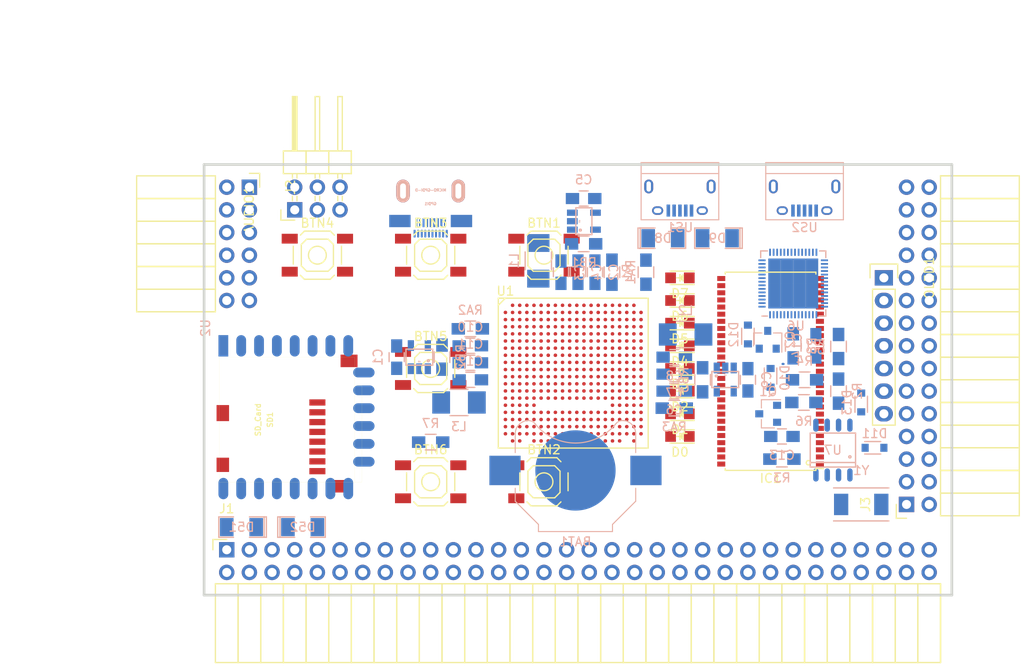
<source format=kicad_pcb>
(kicad_pcb (version 4) (host pcbnew 4.0.5+dfsg1-4)
  (layers (0 F.Cu signal) (1 In1.Cu signal) (2 In2.Cu signal) (31 B.Cu signal) (34 B.Paste user) (35 F.Paste user) (36 B.SilkS user) (37 F.SilkS user) (38 B.Mask user) (39 F.Mask user) (44 Edge.Cuts user))
  (net 0 "")
  (net 1 GND)
  (net 2 +5V)
  (net 3 /gpio/IN5V)
  (net 4 /gpio/OUT5V)
  (net 5 /gpio/P5)
  (net 6 /gpio/P6)
  (net 7 /gpio/P7)
  (net 8 /gpio/P8)
  (net 9 /gpio/P11)
  (net 10 /gpio/P12)
  (net 11 /gpio/P13)
  (net 12 /gpio/P14)
  (net 13 /gpio/P17)
  (net 14 /gpio/P18)
  (net 15 /gpio/P19)
  (net 16 /gpio/P20)
  (net 17 /gpio/P21)
  (net 18 /gpio/P22)
  (net 19 /gpio/P23)
  (net 20 /gpio/P24)
  (net 21 /gpio/P25)
  (net 22 /gpio/P26)
  (net 23 /gpio/P27)
  (net 24 /gpio/P28)
  (net 25 /gpio/P29)
  (net 26 /gpio/P30)
  (net 27 /gpio/P9)
  (net 28 /gpio/P10)
  (net 29 "Net-(US1-Pad6)")
  (net 30 "Net-(US2-Pad6)")
  (net 31 /gpio/P15)
  (net 32 /gpio/P16)
  (net 33 /gpio/P31)
  (net 34 /gpio/P32)
  (net 35 /gpio/P33)
  (net 36 /gpio/P34)
  (net 37 /gpio/P35)
  (net 38 /gpio/P36)
  (net 39 /gpio/P37)
  (net 40 /gpio/P38)
  (net 41 /gpio/P39)
  (net 42 /gpio/P40)
  (net 43 /gpio/P41)
  (net 44 /gpio/P42)
  (net 45 /gpio/P43)
  (net 46 /gpio/P44)
  (net 47 /gpio/P45)
  (net 48 /gpio/P46)
  (net 49 /gpio/P47)
  (net 50 /gpio/P48)
  (net 51 /gpio/P49)
  (net 52 /gpio/P50)
  (net 53 /gpio/P51)
  (net 54 /gpio/P52)
  (net 55 /gpio/P53)
  (net 56 /gpio/P54)
  (net 57 /gpio/P55)
  (net 58 /gpio/P56)
  (net 59 /gpio/P57)
  (net 60 /gpio/P58)
  (net 61 /gpio/P59)
  (net 62 /gpio/P60)
  (net 63 +3V3)
  (net 64 "Net-(L1-Pad1)")
  (net 65 "Net-(L2-Pad1)")
  (net 66 +1V2)
  (net 67 BTN_D)
  (net 68 BTN_F1)
  (net 69 BTN_F2)
  (net 70 BTN_L)
  (net 71 BTN_R)
  (net 72 BTN_U)
  (net 73 "Net-(BTN1-Pad1)")
  (net 74 /power/FB1)
  (net 75 +2V5)
  (net 76 "Net-(L3-Pad1)")
  (net 77 /power/PWREN)
  (net 78 /power/FB3)
  (net 79 /power/FB2)
  (net 80 /usb/USB5V)
  (net 81 "Net-(D9-Pad1)")
  (net 82 "Net-(U6-Pad57)")
  (net 83 /power/VBAT)
  (net 84 "Net-(U7-Pad1)")
  (net 85 "Net-(U7-Pad2)")
  (net 86 SD_3)
  (net 87 SD_MTMS)
  (net 88 SD_MTCK)
  (net 89 SD_MTDO)
  (net 90 SD_MTDI)
  (net 91 JTAG_TDI)
  (net 92 JTAG_TCK)
  (net 93 JTAG_TMS)
  (net 94 JTAG_TDO)
  (net 95 /power/WAKEUPn)
  (net 96 /power/WKUP)
  (net 97 /power/SHUT)
  (net 98 /power/WAKE)
  (net 99 /power/HOLD)
  (net 100 /power/WKn)
  (net 101 "Net-(Q2-Pad1)")
  (module Keystone_3000_1x12mm-CoinCell:Keystone_3000_1x12mm-CoinCell (layer B.Cu) (at 135.73 95.71)
    (fp_text reference BAT1 (at 0 8) (layer B.SilkS) (effects (justify mirror)))
    (fp_text value CR1225)
    (pad 1 smd rect (at -7.9 0) (size 3.5 3.3) (layers B.Cu B.Paste B.Mask) (net 83 /power/VBAT))
    (pad 1 smd rect (at 7.9 0) (size 3.5 3.3) (layers B.Cu B.Paste B.Mask) (net 83 /power/VBAT))
    (pad 2 smd circle (at 0 0) (size 9 9) (layers B.Cu B.Mask) (net 1 GND))
  )
  (module SMD_Packages:SMD-1206_Pol (layer B.Cu) (at 105.149 102.06)
    (fp_text reference D52 (at 0 0) (layer B.SilkS) (effects (justify mirror)))
    (fp_text value 2A)
    (pad 1 smd rect (at -1.651 0) (size 1.524 2.032) (layers B.Cu B.Paste B.Mask) (net 4 /gpio/OUT5V))
    (pad 2 smd rect (at 1.651 0) (size 1.524 2.032) (layers B.Cu B.Paste B.Mask))
  )
  (module SMD_Packages:SMD-1206_Pol (layer B.Cu) (at 98.291 102.06 180)
    (fp_text reference D51 (at 0 0 180) (layer B.SilkS) (effects (justify mirror)))
    (fp_text value 2A)
    (pad 1 smd rect (at -1.651 0 180) (size 1.524 2.032) (layers B.Cu B.Paste B.Mask) (net 2 +5V))
    (pad 2 smd rect (at 1.651 0 180) (size 1.524 2.032) (layers B.Cu B.Paste B.Mask) (net 3 /gpio/IN5V))
  )
  (module micro-sd:MicroSD_TF02D (layer F.Cu) (at 95.8 90.03 90)
    (fp_text reference SD1 (at 0 5.7 90) (layer F.SilkS) (effects (font (size 0.59944 0.59944) (thickness 0.12446))))
    (fp_text value SD_Card (at 0 4.35 90) (layer F.SilkS) (effects (font (size 0.59944 0.59944) (thickness 0.12446))))
    (pad 1 smd rect (at 1.94 11 90) (size 0.7 1.8) (layers F.Cu F.Paste F.Mask) (net 86 SD_3))
    (pad 2 smd rect (at 0.84 11 90) (size 0.7 1.8) (layers F.Cu F.Paste F.Mask) (net 87 SD_MTMS))
    (pad 3 smd rect (at -0.26 11 90) (size 0.7 1.8) (layers F.Cu F.Paste F.Mask) (net 1 GND))
    (pad 4 smd rect (at -1.36 11 90) (size 0.7 1.8) (layers F.Cu F.Paste F.Mask) (net 63 +3V3))
    (pad 5 smd rect (at -2.46 11 90) (size 0.7 1.8) (layers F.Cu F.Paste F.Mask) (net 88 SD_MTCK))
    (pad 6 smd rect (at -3.56 11 90) (size 0.7 1.8) (layers F.Cu F.Paste F.Mask) (net 1 GND))
    (pad 7 smd rect (at -4.66 11 90) (size 0.7 1.8) (layers F.Cu F.Paste F.Mask) (net 89 SD_MTDO))
    (pad 8 smd rect (at -5.76 11 90) (size 0.7 1.8) (layers F.Cu F.Paste F.Mask) (net 90 SD_MTDI))
    (pad S smd rect (at -5.05 0.4 90) (size 1.6 1.4) (layers F.Cu F.Paste F.Mask))
    (pad S smd rect (at 0.75 0.4 90) (size 1.8 1.4) (layers F.Cu F.Paste F.Mask))
    (pad G smd rect (at -7.45 13.55 90) (size 1.4 1.9) (layers F.Cu F.Paste F.Mask))
    (pad G smd rect (at 6.6 14.55 90) (size 1.4 1.9) (layers F.Cu F.Paste F.Mask))
  )
  (module micro-hdmi-d:MICRO-HDMI-D (layer B.Cu) (at 119.5 62.69)
    (fp_text reference GPDI1 (at -0.025 3.125) (layer B.SilkS) (effects (font (size 0.3 0.3) (thickness 0.075)) (justify mirror)))
    (fp_text value MICRO-GPDI-D (at 0 1.6) (layer B.SilkS) (effects (font (size 0.3 0.3) (thickness 0.075)) (justify mirror)))
    (pad 1 smd rect (at 1.8 6.475) (size 0.23 0.85) (layers B.Cu B.Paste B.Mask))
    (pad 3 smd rect (at 1.4 6.475) (size 0.23 0.85) (layers B.Cu B.Paste B.Mask))
    (pad 5 smd rect (at 1 6.475) (size 0.23 0.85) (layers B.Cu B.Paste B.Mask))
    (pad 7 smd rect (at 0.6 6.475) (size 0.23 0.85) (layers B.Cu B.Paste B.Mask) (net 1 GND))
    (pad 9 smd rect (at 0.2 6.475) (size 0.23 0.85) (layers B.Cu B.Paste B.Mask))
    (pad 11 smd rect (at -0.2 6.475) (size 0.23 0.85) (layers B.Cu B.Paste B.Mask))
    (pad 13 smd rect (at -0.6 6.475) (size 0.23 0.85) (layers B.Cu B.Paste B.Mask) (net 1 GND))
    (pad 15 smd rect (at -1 6.475) (size 0.23 0.85) (layers B.Cu B.Paste B.Mask))
    (pad 17 smd rect (at -1.4 6.475) (size 0.23 0.85) (layers B.Cu B.Paste B.Mask))
    (pad 19 smd rect (at -1.8 6.475) (size 0.23 0.85) (layers B.Cu B.Paste B.Mask) (net 2 +5V))
    (pad 2 smd rect (at 1.6 5.25) (size 0.23 1) (layers B.Cu B.Paste B.Mask))
    (pad 4 smd rect (at 1.2 5.25) (size 0.23 1) (layers B.Cu B.Paste B.Mask) (net 1 GND))
    (pad 6 smd rect (at 0.8 5.25) (size 0.23 1) (layers B.Cu B.Paste B.Mask))
    (pad 8 smd rect (at 0.4 5.25) (size 0.23 1) (layers B.Cu B.Paste B.Mask))
    (pad 10 smd rect (at 0 5.25) (size 0.23 1) (layers B.Cu B.Paste B.Mask) (net 1 GND))
    (pad 12 smd rect (at -0.4 5.25) (size 0.23 1) (layers B.Cu B.Paste B.Mask))
    (pad 14 smd rect (at -0.8 5.25) (size 0.23 1) (layers B.Cu B.Paste B.Mask))
    (pad 16 smd rect (at -1.2 5.25) (size 0.23 1) (layers B.Cu B.Paste B.Mask) (net 1 GND))
    (pad 18 smd rect (at -1.6 5.25) (size 0.23 1) (layers B.Cu B.Paste B.Mask))
    (pad SHD smd rect (at 3.45 5.06) (size 2.4 1.38) (layers B.Cu B.Paste B.Mask) (net 1 GND))
    (pad SHD smd rect (at -3.45 5.06) (size 2.4 1.38) (layers B.Cu B.Paste B.Mask) (net 1 GND))
    (pad "" thru_hole oval (at -3.1 1.7) (size 1.5 2.55) (drill oval 0.65 1.7) (layers *.Cu *.Mask B.SilkS))
    (pad "" thru_hole oval (at 3.1 1.7) (size 1.5 2.55) (drill oval 0.65 1.7) (layers *.Cu *.Mask B.SilkS))
  )
  (module usb_otg:USB_Micro-B (layer B.Cu) (at 147.44 65.23)
    (fp_text reference US1 (at 0 3.24) (layer B.SilkS) (effects (justify mirror)))
    (fp_text value USB_FTDI)
    (pad 1 smd rect (at -1.3 1.35 270) (size 1.35 0.4) (layers B.Cu B.Paste B.Mask) (net 80 /usb/USB5V))
    (pad 2 smd rect (at -0.65 1.35 270) (size 1.35 0.4) (layers B.Cu B.Paste B.Mask))
    (pad 3 smd rect (at 0 1.35 270) (size 1.35 0.4) (layers B.Cu B.Paste B.Mask))
    (pad 4 smd rect (at 0.65 1.35 270) (size 1.35 0.4) (layers B.Cu B.Paste B.Mask))
    (pad 5 smd rect (at 1.3 1.35 270) (size 1.35 0.4) (layers B.Cu B.Paste B.Mask) (net 1 GND))
    (pad 6 thru_hole oval (at -2.5 1.35 270) (size 0.95 1.25) (drill oval 0.55 0.85) (layers *.Cu *.Mask) (net 29 "Net-(US1-Pad6)"))
    (pad 6 thru_hole oval (at 2.5 1.35 270) (size 0.95 1.25) (drill oval 0.55 0.85) (layers *.Cu *.Mask) (net 29 "Net-(US1-Pad6)"))
    (pad 6 thru_hole oval (at -3.5 -1.35 270) (size 1.55 1) (drill oval 1.15 0.5) (layers *.Cu *.Mask) (net 29 "Net-(US1-Pad6)"))
    (pad 6 thru_hole oval (at 3.5 -1.35 270) (size 1.55 1) (drill oval 1.15 0.5) (layers *.Cu *.Mask) (net 29 "Net-(US1-Pad6)"))
  )
  (module usb_otg:USB_Micro-B (layer B.Cu) (at 161.41 65.23)
    (fp_text reference US2 (at 0 3.24) (layer B.SilkS) (effects (justify mirror)))
    (fp_text value USB_FPGA)
    (pad 1 smd rect (at -1.3 1.35 270) (size 1.35 0.4) (layers B.Cu B.Paste B.Mask) (net 81 "Net-(D9-Pad1)"))
    (pad 2 smd rect (at -0.65 1.35 270) (size 1.35 0.4) (layers B.Cu B.Paste B.Mask))
    (pad 3 smd rect (at 0 1.35 270) (size 1.35 0.4) (layers B.Cu B.Paste B.Mask))
    (pad 4 smd rect (at 0.65 1.35 270) (size 1.35 0.4) (layers B.Cu B.Paste B.Mask))
    (pad 5 smd rect (at 1.3 1.35 270) (size 1.35 0.4) (layers B.Cu B.Paste B.Mask) (net 1 GND))
    (pad 6 thru_hole oval (at -2.5 1.35 270) (size 0.95 1.25) (drill oval 0.55 0.85) (layers *.Cu *.Mask) (net 30 "Net-(US2-Pad6)"))
    (pad 6 thru_hole oval (at 2.5 1.35 270) (size 0.95 1.25) (drill oval 0.55 0.85) (layers *.Cu *.Mask) (net 30 "Net-(US2-Pad6)"))
    (pad 6 thru_hole oval (at -3.5 -1.35 270) (size 1.55 1) (drill oval 1.15 0.5) (layers *.Cu *.Mask) (net 30 "Net-(US2-Pad6)"))
    (pad 6 thru_hole oval (at 3.5 -1.35 270) (size 1.55 1) (drill oval 1.15 0.5) (layers *.Cu *.Mask) (net 30 "Net-(US2-Pad6)"))
  )
  (module Socket_Strips:Socket_Strip_Angled_2x32 (layer F.Cu) (at 96.64 104.6)
    (fp_text reference J1 (at 0 -4.6) (layer F.SilkS))
    (fp_text value CONN_02X32)
    (pad 1 thru_hole rect (at 0 0) (size 1.7272 1.7272) (drill 1.016) (layers *.Cu *.Mask) (net 3 /gpio/IN5V))
    (pad 2 thru_hole oval (at 0 2.54) (size 1.7272 1.7272) (drill 1.016) (layers *.Cu *.Mask) (net 4 /gpio/OUT5V))
    (pad 3 thru_hole oval (at 2.54 0) (size 1.7272 1.7272) (drill 1.016) (layers *.Cu *.Mask) (net 1 GND))
    (pad 4 thru_hole oval (at 2.54 2.54) (size 1.7272 1.7272) (drill 1.016) (layers *.Cu *.Mask) (net 1 GND))
    (pad 5 thru_hole oval (at 5.08 0) (size 1.7272 1.7272) (drill 1.016) (layers *.Cu *.Mask) (net 5 /gpio/P5))
    (pad 6 thru_hole oval (at 5.08 2.54) (size 1.7272 1.7272) (drill 1.016) (layers *.Cu *.Mask) (net 6 /gpio/P6))
    (pad 7 thru_hole oval (at 7.62 0) (size 1.7272 1.7272) (drill 1.016) (layers *.Cu *.Mask) (net 7 /gpio/P7))
    (pad 8 thru_hole oval (at 7.62 2.54) (size 1.7272 1.7272) (drill 1.016) (layers *.Cu *.Mask) (net 8 /gpio/P8))
    (pad 9 thru_hole oval (at 10.16 0) (size 1.7272 1.7272) (drill 1.016) (layers *.Cu *.Mask) (net 27 /gpio/P9))
    (pad 10 thru_hole oval (at 10.16 2.54) (size 1.7272 1.7272) (drill 1.016) (layers *.Cu *.Mask) (net 28 /gpio/P10))
    (pad 11 thru_hole oval (at 12.7 0) (size 1.7272 1.7272) (drill 1.016) (layers *.Cu *.Mask) (net 9 /gpio/P11))
    (pad 12 thru_hole oval (at 12.7 2.54) (size 1.7272 1.7272) (drill 1.016) (layers *.Cu *.Mask) (net 10 /gpio/P12))
    (pad 13 thru_hole oval (at 15.24 0) (size 1.7272 1.7272) (drill 1.016) (layers *.Cu *.Mask) (net 11 /gpio/P13))
    (pad 14 thru_hole oval (at 15.24 2.54) (size 1.7272 1.7272) (drill 1.016) (layers *.Cu *.Mask) (net 12 /gpio/P14))
    (pad 15 thru_hole oval (at 17.78 0) (size 1.7272 1.7272) (drill 1.016) (layers *.Cu *.Mask) (net 31 /gpio/P15))
    (pad 16 thru_hole oval (at 17.78 2.54) (size 1.7272 1.7272) (drill 1.016) (layers *.Cu *.Mask) (net 32 /gpio/P16))
    (pad 17 thru_hole oval (at 20.32 0) (size 1.7272 1.7272) (drill 1.016) (layers *.Cu *.Mask) (net 13 /gpio/P17))
    (pad 18 thru_hole oval (at 20.32 2.54) (size 1.7272 1.7272) (drill 1.016) (layers *.Cu *.Mask) (net 14 /gpio/P18))
    (pad 19 thru_hole oval (at 22.86 0) (size 1.7272 1.7272) (drill 1.016) (layers *.Cu *.Mask) (net 15 /gpio/P19))
    (pad 20 thru_hole oval (at 22.86 2.54) (size 1.7272 1.7272) (drill 1.016) (layers *.Cu *.Mask) (net 16 /gpio/P20))
    (pad 21 thru_hole oval (at 25.4 0) (size 1.7272 1.7272) (drill 1.016) (layers *.Cu *.Mask) (net 17 /gpio/P21))
    (pad 22 thru_hole oval (at 25.4 2.54) (size 1.7272 1.7272) (drill 1.016) (layers *.Cu *.Mask) (net 18 /gpio/P22))
    (pad 23 thru_hole oval (at 27.94 0) (size 1.7272 1.7272) (drill 1.016) (layers *.Cu *.Mask) (net 19 /gpio/P23))
    (pad 24 thru_hole oval (at 27.94 2.54) (size 1.7272 1.7272) (drill 1.016) (layers *.Cu *.Mask) (net 20 /gpio/P24))
    (pad 25 thru_hole oval (at 30.48 0) (size 1.7272 1.7272) (drill 1.016) (layers *.Cu *.Mask) (net 21 /gpio/P25))
    (pad 26 thru_hole oval (at 30.48 2.54) (size 1.7272 1.7272) (drill 1.016) (layers *.Cu *.Mask) (net 22 /gpio/P26))
    (pad 27 thru_hole oval (at 33.02 0) (size 1.7272 1.7272) (drill 1.016) (layers *.Cu *.Mask) (net 23 /gpio/P27))
    (pad 28 thru_hole oval (at 33.02 2.54) (size 1.7272 1.7272) (drill 1.016) (layers *.Cu *.Mask) (net 24 /gpio/P28))
    (pad 29 thru_hole oval (at 35.56 0) (size 1.7272 1.7272) (drill 1.016) (layers *.Cu *.Mask) (net 25 /gpio/P29))
    (pad 30 thru_hole oval (at 35.56 2.54) (size 1.7272 1.7272) (drill 1.016) (layers *.Cu *.Mask) (net 26 /gpio/P30))
    (pad 31 thru_hole oval (at 38.1 0) (size 1.7272 1.7272) (drill 1.016) (layers *.Cu *.Mask) (net 33 /gpio/P31))
    (pad 32 thru_hole oval (at 38.1 2.54) (size 1.7272 1.7272) (drill 1.016) (layers *.Cu *.Mask) (net 34 /gpio/P32))
    (pad 33 thru_hole oval (at 40.64 0) (size 1.7272 1.7272) (drill 1.016) (layers *.Cu *.Mask) (net 35 /gpio/P33))
    (pad 34 thru_hole oval (at 40.64 2.54) (size 1.7272 1.7272) (drill 1.016) (layers *.Cu *.Mask) (net 36 /gpio/P34))
    (pad 35 thru_hole oval (at 43.18 0) (size 1.7272 1.7272) (drill 1.016) (layers *.Cu *.Mask) (net 37 /gpio/P35))
    (pad 36 thru_hole oval (at 43.18 2.54) (size 1.7272 1.7272) (drill 1.016) (layers *.Cu *.Mask) (net 38 /gpio/P36))
    (pad 37 thru_hole oval (at 45.72 0) (size 1.7272 1.7272) (drill 1.016) (layers *.Cu *.Mask) (net 39 /gpio/P37))
    (pad 38 thru_hole oval (at 45.72 2.54) (size 1.7272 1.7272) (drill 1.016) (layers *.Cu *.Mask) (net 40 /gpio/P38))
    (pad 39 thru_hole oval (at 48.26 0) (size 1.7272 1.7272) (drill 1.016) (layers *.Cu *.Mask) (net 41 /gpio/P39))
    (pad 40 thru_hole oval (at 48.26 2.54) (size 1.7272 1.7272) (drill 1.016) (layers *.Cu *.Mask) (net 42 /gpio/P40))
    (pad 41 thru_hole oval (at 50.8 0) (size 1.7272 1.7272) (drill 1.016) (layers *.Cu *.Mask) (net 43 /gpio/P41))
    (pad 42 thru_hole oval (at 50.8 2.54) (size 1.7272 1.7272) (drill 1.016) (layers *.Cu *.Mask) (net 44 /gpio/P42))
    (pad 43 thru_hole oval (at 53.34 0) (size 1.7272 1.7272) (drill 1.016) (layers *.Cu *.Mask) (net 45 /gpio/P43))
    (pad 44 thru_hole oval (at 53.34 2.54) (size 1.7272 1.7272) (drill 1.016) (layers *.Cu *.Mask) (net 46 /gpio/P44))
    (pad 45 thru_hole oval (at 55.88 0) (size 1.7272 1.7272) (drill 1.016) (layers *.Cu *.Mask) (net 47 /gpio/P45))
    (pad 46 thru_hole oval (at 55.88 2.54) (size 1.7272 1.7272) (drill 1.016) (layers *.Cu *.Mask) (net 48 /gpio/P46))
    (pad 47 thru_hole oval (at 58.42 0) (size 1.7272 1.7272) (drill 1.016) (layers *.Cu *.Mask) (net 49 /gpio/P47))
    (pad 48 thru_hole oval (at 58.42 2.54) (size 1.7272 1.7272) (drill 1.016) (layers *.Cu *.Mask) (net 50 /gpio/P48))
    (pad 49 thru_hole oval (at 60.96 0) (size 1.7272 1.7272) (drill 1.016) (layers *.Cu *.Mask) (net 51 /gpio/P49))
    (pad 50 thru_hole oval (at 60.96 2.54) (size 1.7272 1.7272) (drill 1.016) (layers *.Cu *.Mask) (net 52 /gpio/P50))
    (pad 51 thru_hole oval (at 63.5 0) (size 1.7272 1.7272) (drill 1.016) (layers *.Cu *.Mask) (net 53 /gpio/P51))
    (pad 52 thru_hole oval (at 63.5 2.54) (size 1.7272 1.7272) (drill 1.016) (layers *.Cu *.Mask) (net 54 /gpio/P52))
    (pad 53 thru_hole oval (at 66.04 0) (size 1.7272 1.7272) (drill 1.016) (layers *.Cu *.Mask) (net 55 /gpio/P53))
    (pad 54 thru_hole oval (at 66.04 2.54) (size 1.7272 1.7272) (drill 1.016) (layers *.Cu *.Mask) (net 56 /gpio/P54))
    (pad 55 thru_hole oval (at 68.58 0) (size 1.7272 1.7272) (drill 1.016) (layers *.Cu *.Mask) (net 57 /gpio/P55))
    (pad 56 thru_hole oval (at 68.58 2.54) (size 1.7272 1.7272) (drill 1.016) (layers *.Cu *.Mask) (net 58 /gpio/P56))
    (pad 57 thru_hole oval (at 71.12 0) (size 1.7272 1.7272) (drill 1.016) (layers *.Cu *.Mask) (net 59 /gpio/P57))
    (pad 58 thru_hole oval (at 71.12 2.54) (size 1.7272 1.7272) (drill 1.016) (layers *.Cu *.Mask) (net 60 /gpio/P58))
    (pad 59 thru_hole oval (at 73.66 0) (size 1.7272 1.7272) (drill 1.016) (layers *.Cu *.Mask) (net 61 /gpio/P59))
    (pad 60 thru_hole oval (at 73.66 2.54) (size 1.7272 1.7272) (drill 1.016) (layers *.Cu *.Mask) (net 62 /gpio/P60))
    (pad 61 thru_hole oval (at 76.2 0) (size 1.7272 1.7272) (drill 1.016) (layers *.Cu *.Mask) (net 1 GND))
    (pad 62 thru_hole oval (at 76.2 2.54) (size 1.7272 1.7272) (drill 1.016) (layers *.Cu *.Mask) (net 1 GND))
    (pad 63 thru_hole oval (at 78.74 0) (size 1.7272 1.7272) (drill 1.016) (layers *.Cu *.Mask) (net 63 +3V3))
    (pad 64 thru_hole oval (at 78.74 2.54) (size 1.7272 1.7272) (drill 1.016) (layers *.Cu *.Mask) (net 63 +3V3))
  )
  (module Socket_Strips:Socket_Strip_Angled_2x15 (layer F.Cu) (at 172.84 99.52 90)
    (fp_text reference J3 (at 0 -4.6 90) (layer F.SilkS))
    (fp_text value CONN_02X15)
    (pad 1 thru_hole rect (at 0 0 90) (size 1.7272 1.7272) (drill 1.016) (layers *.Cu *.Mask) (net 63 +3V3))
    (pad 2 thru_hole oval (at 0 2.54 90) (size 1.7272 1.7272) (drill 1.016) (layers *.Cu *.Mask) (net 63 +3V3))
    (pad 3 thru_hole oval (at 2.54 0 90) (size 1.7272 1.7272) (drill 1.016) (layers *.Cu *.Mask) (net 1 GND))
    (pad 4 thru_hole oval (at 2.54 2.54 90) (size 1.7272 1.7272) (drill 1.016) (layers *.Cu *.Mask) (net 1 GND))
    (pad 5 thru_hole oval (at 5.08 0 90) (size 1.7272 1.7272) (drill 1.016) (layers *.Cu *.Mask))
    (pad 6 thru_hole oval (at 5.08 2.54 90) (size 1.7272 1.7272) (drill 1.016) (layers *.Cu *.Mask))
    (pad 7 thru_hole oval (at 7.62 0 90) (size 1.7272 1.7272) (drill 1.016) (layers *.Cu *.Mask))
    (pad 8 thru_hole oval (at 7.62 2.54 90) (size 1.7272 1.7272) (drill 1.016) (layers *.Cu *.Mask))
    (pad 9 thru_hole oval (at 10.16 0 90) (size 1.7272 1.7272) (drill 1.016) (layers *.Cu *.Mask))
    (pad 10 thru_hole oval (at 10.16 2.54 90) (size 1.7272 1.7272) (drill 1.016) (layers *.Cu *.Mask))
    (pad 11 thru_hole oval (at 12.7 0 90) (size 1.7272 1.7272) (drill 1.016) (layers *.Cu *.Mask))
    (pad 12 thru_hole oval (at 12.7 2.54 90) (size 1.7272 1.7272) (drill 1.016) (layers *.Cu *.Mask))
    (pad 13 thru_hole oval (at 15.24 0 90) (size 1.7272 1.7272) (drill 1.016) (layers *.Cu *.Mask))
    (pad 14 thru_hole oval (at 15.24 2.54 90) (size 1.7272 1.7272) (drill 1.016) (layers *.Cu *.Mask))
    (pad 15 thru_hole oval (at 17.78 0 90) (size 1.7272 1.7272) (drill 1.016) (layers *.Cu *.Mask))
    (pad 16 thru_hole oval (at 17.78 2.54 90) (size 1.7272 1.7272) (drill 1.016) (layers *.Cu *.Mask))
    (pad 17 thru_hole oval (at 20.32 0 90) (size 1.7272 1.7272) (drill 1.016) (layers *.Cu *.Mask))
    (pad 18 thru_hole oval (at 20.32 2.54 90) (size 1.7272 1.7272) (drill 1.016) (layers *.Cu *.Mask))
    (pad 19 thru_hole oval (at 22.86 0 90) (size 1.7272 1.7272) (drill 1.016) (layers *.Cu *.Mask) (net 63 +3V3))
    (pad 20 thru_hole oval (at 22.86 2.54 90) (size 1.7272 1.7272) (drill 1.016) (layers *.Cu *.Mask) (net 63 +3V3))
    (pad 21 thru_hole oval (at 25.4 0 90) (size 1.7272 1.7272) (drill 1.016) (layers *.Cu *.Mask) (net 1 GND))
    (pad 22 thru_hole oval (at 25.4 2.54 90) (size 1.7272 1.7272) (drill 1.016) (layers *.Cu *.Mask) (net 1 GND))
    (pad 23 thru_hole oval (at 27.94 0 90) (size 1.7272 1.7272) (drill 1.016) (layers *.Cu *.Mask))
    (pad 24 thru_hole oval (at 27.94 2.54 90) (size 1.7272 1.7272) (drill 1.016) (layers *.Cu *.Mask))
    (pad 25 thru_hole oval (at 30.48 0 90) (size 1.7272 1.7272) (drill 1.016) (layers *.Cu *.Mask))
    (pad 26 thru_hole oval (at 30.48 2.54 90) (size 1.7272 1.7272) (drill 1.016) (layers *.Cu *.Mask))
    (pad 27 thru_hole oval (at 33.02 0 90) (size 1.7272 1.7272) (drill 1.016) (layers *.Cu *.Mask))
    (pad 28 thru_hole oval (at 33.02 2.54 90) (size 1.7272 1.7272) (drill 1.016) (layers *.Cu *.Mask))
    (pad 29 thru_hole oval (at 35.56 0 90) (size 1.7272 1.7272) (drill 1.016) (layers *.Cu *.Mask))
    (pad 30 thru_hole oval (at 35.56 2.54 90) (size 1.7272 1.7272) (drill 1.016) (layers *.Cu *.Mask))
  )
  (module Socket_Strips:Socket_Strip_Angled_2x06 (layer F.Cu) (at 99.18 63.96 270)
    (fp_text reference J2 (at 0 -4.6 270) (layer F.SilkS))
    (fp_text value CONN_02X06)
    (pad 1 thru_hole rect (at 0 0 270) (size 1.7272 1.7272) (drill 1.016) (layers *.Cu *.Mask) (net 63 +3V3))
    (pad 2 thru_hole oval (at 0 2.54 270) (size 1.7272 1.7272) (drill 1.016) (layers *.Cu *.Mask) (net 63 +3V3))
    (pad 3 thru_hole oval (at 2.54 0 270) (size 1.7272 1.7272) (drill 1.016) (layers *.Cu *.Mask) (net 1 GND))
    (pad 4 thru_hole oval (at 2.54 2.54 270) (size 1.7272 1.7272) (drill 1.016) (layers *.Cu *.Mask) (net 1 GND))
    (pad 5 thru_hole oval (at 5.08 0 270) (size 1.7272 1.7272) (drill 1.016) (layers *.Cu *.Mask))
    (pad 6 thru_hole oval (at 5.08 2.54 270) (size 1.7272 1.7272) (drill 1.016) (layers *.Cu *.Mask))
    (pad 7 thru_hole oval (at 7.62 0 270) (size 1.7272 1.7272) (drill 1.016) (layers *.Cu *.Mask))
    (pad 8 thru_hole oval (at 7.62 2.54 270) (size 1.7272 1.7272) (drill 1.016) (layers *.Cu *.Mask))
    (pad 9 thru_hole oval (at 10.16 0 270) (size 1.7272 1.7272) (drill 1.016) (layers *.Cu *.Mask))
    (pad 10 thru_hole oval (at 10.16 2.54 270) (size 1.7272 1.7272) (drill 1.016) (layers *.Cu *.Mask))
    (pad 11 thru_hole oval (at 12.7 0 270) (size 1.7272 1.7272) (drill 1.016) (layers *.Cu *.Mask))
    (pad 12 thru_hole oval (at 12.7 2.54 270) (size 1.7272 1.7272) (drill 1.016) (layers *.Cu *.Mask))
  )
  (module lfe5bg381:BGA-381_pitch0.8mm_dia0.4mm (layer F.Cu) (at 135.48 84.8)
    (fp_text reference U1 (at -7.6 -9.2) (layer F.SilkS))
    (fp_text value LFE5U-25F-6BG381C)
    (pad A2 smd circle (at -6.8 -7.6) (size 0.4 0.4) (layers F.Cu F.Paste F.Mask))
    (pad A3 smd circle (at -6 -7.6) (size 0.4 0.4) (layers F.Cu F.Paste F.Mask))
    (pad A4 smd circle (at -5.2 -7.6) (size 0.4 0.4) (layers F.Cu F.Paste F.Mask))
    (pad A5 smd circle (at -4.4 -7.6) (size 0.4 0.4) (layers F.Cu F.Paste F.Mask))
    (pad A6 smd circle (at -3.6 -7.6) (size 0.4 0.4) (layers F.Cu F.Paste F.Mask) (net 24 /gpio/P28))
    (pad A7 smd circle (at -2.8 -7.6) (size 0.4 0.4) (layers F.Cu F.Paste F.Mask) (net 32 /gpio/P16))
    (pad A8 smd circle (at -2 -7.6) (size 0.4 0.4) (layers F.Cu F.Paste F.Mask) (net 31 /gpio/P15))
    (pad A9 smd circle (at -1.2 -7.6) (size 0.4 0.4) (layers F.Cu F.Paste F.Mask) (net 28 /gpio/P10))
    (pad A10 smd circle (at -0.4 -7.6) (size 0.4 0.4) (layers F.Cu F.Paste F.Mask) (net 7 /gpio/P7))
    (pad A11 smd circle (at 0.4 -7.6) (size 0.4 0.4) (layers F.Cu F.Paste F.Mask) (net 8 /gpio/P8))
    (pad A12 smd circle (at 1.2 -7.6) (size 0.4 0.4) (layers F.Cu F.Paste F.Mask) (net 56 /gpio/P54))
    (pad A13 smd circle (at 2 -7.6) (size 0.4 0.4) (layers F.Cu F.Paste F.Mask) (net 55 /gpio/P53))
    (pad A14 smd circle (at 2.8 -7.6) (size 0.4 0.4) (layers F.Cu F.Paste F.Mask) (net 50 /gpio/P48))
    (pad A15 smd circle (at 3.6 -7.6) (size 0.4 0.4) (layers F.Cu F.Paste F.Mask))
    (pad A16 smd circle (at 4.4 -7.6) (size 0.4 0.4) (layers F.Cu F.Paste F.Mask) (net 42 /gpio/P40))
    (pad A17 smd circle (at 5.2 -7.6) (size 0.4 0.4) (layers F.Cu F.Paste F.Mask) (net 36 /gpio/P34))
    (pad A18 smd circle (at 6 -7.6) (size 0.4 0.4) (layers F.Cu F.Paste F.Mask) (net 34 /gpio/P32))
    (pad A19 smd circle (at 6.8 -7.6) (size 0.4 0.4) (layers F.Cu F.Paste F.Mask) (net 26 /gpio/P30))
    (pad B1 smd circle (at -7.6 -6.8) (size 0.4 0.4) (layers F.Cu F.Paste F.Mask))
    (pad B2 smd circle (at -6.8 -6.8) (size 0.4 0.4) (layers F.Cu F.Paste F.Mask))
    (pad B3 smd circle (at -6 -6.8) (size 0.4 0.4) (layers F.Cu F.Paste F.Mask))
    (pad B4 smd circle (at -5.2 -6.8) (size 0.4 0.4) (layers F.Cu F.Paste F.Mask))
    (pad B5 smd circle (at -4.4 -6.8) (size 0.4 0.4) (layers F.Cu F.Paste F.Mask))
    (pad B6 smd circle (at -3.6 -6.8) (size 0.4 0.4) (layers F.Cu F.Paste F.Mask) (net 23 /gpio/P27))
    (pad B7 smd circle (at -2.8 -6.8) (size 0.4 0.4) (layers F.Cu F.Paste F.Mask) (net 1 GND))
    (pad B8 smd circle (at -2 -6.8) (size 0.4 0.4) (layers F.Cu F.Paste F.Mask) (net 13 /gpio/P17))
    (pad B9 smd circle (at -1.2 -6.8) (size 0.4 0.4) (layers F.Cu F.Paste F.Mask) (net 10 /gpio/P12))
    (pad B10 smd circle (at -0.4 -6.8) (size 0.4 0.4) (layers F.Cu F.Paste F.Mask) (net 27 /gpio/P9))
    (pad B11 smd circle (at 0.4 -6.8) (size 0.4 0.4) (layers F.Cu F.Paste F.Mask) (net 5 /gpio/P5))
    (pad B12 smd circle (at 1.2 -6.8) (size 0.4 0.4) (layers F.Cu F.Paste F.Mask) (net 60 /gpio/P58))
    (pad B13 smd circle (at 2 -6.8) (size 0.4 0.4) (layers F.Cu F.Paste F.Mask) (net 54 /gpio/P52))
    (pad B14 smd circle (at 2.8 -6.8) (size 0.4 0.4) (layers F.Cu F.Paste F.Mask) (net 1 GND))
    (pad B15 smd circle (at 3.6 -6.8) (size 0.4 0.4) (layers F.Cu F.Paste F.Mask) (net 46 /gpio/P44))
    (pad B16 smd circle (at 4.4 -6.8) (size 0.4 0.4) (layers F.Cu F.Paste F.Mask) (net 41 /gpio/P39))
    (pad B17 smd circle (at 5.2 -6.8) (size 0.4 0.4) (layers F.Cu F.Paste F.Mask) (net 38 /gpio/P36))
    (pad B18 smd circle (at 6 -6.8) (size 0.4 0.4) (layers F.Cu F.Paste F.Mask) (net 35 /gpio/P33))
    (pad B19 smd circle (at 6.8 -6.8) (size 0.4 0.4) (layers F.Cu F.Paste F.Mask) (net 33 /gpio/P31))
    (pad B20 smd circle (at 7.6 -6.8) (size 0.4 0.4) (layers F.Cu F.Paste F.Mask) (net 25 /gpio/P29))
    (pad C1 smd circle (at -7.6 -6) (size 0.4 0.4) (layers F.Cu F.Paste F.Mask))
    (pad C2 smd circle (at -6.8 -6) (size 0.4 0.4) (layers F.Cu F.Paste F.Mask))
    (pad C3 smd circle (at -6 -6) (size 0.4 0.4) (layers F.Cu F.Paste F.Mask))
    (pad C4 smd circle (at -5.2 -6) (size 0.4 0.4) (layers F.Cu F.Paste F.Mask))
    (pad C5 smd circle (at -4.4 -6) (size 0.4 0.4) (layers F.Cu F.Paste F.Mask))
    (pad C6 smd circle (at -3.6 -6) (size 0.4 0.4) (layers F.Cu F.Paste F.Mask) (net 18 /gpio/P22))
    (pad C7 smd circle (at -2.8 -6) (size 0.4 0.4) (layers F.Cu F.Paste F.Mask) (net 17 /gpio/P21))
    (pad C8 smd circle (at -2 -6) (size 0.4 0.4) (layers F.Cu F.Paste F.Mask) (net 14 /gpio/P18))
    (pad C9 smd circle (at -1.2 -6) (size 0.4 0.4) (layers F.Cu F.Paste F.Mask))
    (pad C10 smd circle (at -0.4 -6) (size 0.4 0.4) (layers F.Cu F.Paste F.Mask) (net 9 /gpio/P11))
    (pad C11 smd circle (at 0.4 -6) (size 0.4 0.4) (layers F.Cu F.Paste F.Mask) (net 6 /gpio/P6))
    (pad C12 smd circle (at 1.2 -6) (size 0.4 0.4) (layers F.Cu F.Paste F.Mask) (net 59 /gpio/P57))
    (pad C13 smd circle (at 2 -6) (size 0.4 0.4) (layers F.Cu F.Paste F.Mask) (net 53 /gpio/P51))
    (pad C14 smd circle (at 2.8 -6) (size 0.4 0.4) (layers F.Cu F.Paste F.Mask) (net 49 /gpio/P47))
    (pad C15 smd circle (at 3.6 -6) (size 0.4 0.4) (layers F.Cu F.Paste F.Mask) (net 45 /gpio/P43))
    (pad C16 smd circle (at 4.4 -6) (size 0.4 0.4) (layers F.Cu F.Paste F.Mask) (net 40 /gpio/P38))
    (pad C17 smd circle (at 5.2 -6) (size 0.4 0.4) (layers F.Cu F.Paste F.Mask) (net 37 /gpio/P35))
    (pad C18 smd circle (at 6 -6) (size 0.4 0.4) (layers F.Cu F.Paste F.Mask))
    (pad C19 smd circle (at 6.8 -6) (size 0.4 0.4) (layers F.Cu F.Paste F.Mask) (net 1 GND))
    (pad C20 smd circle (at 7.6 -6) (size 0.4 0.4) (layers F.Cu F.Paste F.Mask))
    (pad D1 smd circle (at -7.6 -5.2) (size 0.4 0.4) (layers F.Cu F.Paste F.Mask))
    (pad D2 smd circle (at -6.8 -5.2) (size 0.4 0.4) (layers F.Cu F.Paste F.Mask))
    (pad D3 smd circle (at -6 -5.2) (size 0.4 0.4) (layers F.Cu F.Paste F.Mask))
    (pad D4 smd circle (at -5.2 -5.2) (size 0.4 0.4) (layers F.Cu F.Paste F.Mask) (net 1 GND))
    (pad D5 smd circle (at -4.4 -5.2) (size 0.4 0.4) (layers F.Cu F.Paste F.Mask))
    (pad D6 smd circle (at -3.6 -5.2) (size 0.4 0.4) (layers F.Cu F.Paste F.Mask) (net 21 /gpio/P25))
    (pad D7 smd circle (at -2.8 -5.2) (size 0.4 0.4) (layers F.Cu F.Paste F.Mask) (net 19 /gpio/P23))
    (pad D8 smd circle (at -2 -5.2) (size 0.4 0.4) (layers F.Cu F.Paste F.Mask) (net 15 /gpio/P19))
    (pad D9 smd circle (at -1.2 -5.2) (size 0.4 0.4) (layers F.Cu F.Paste F.Mask) (net 12 /gpio/P14))
    (pad D10 smd circle (at -0.4 -5.2) (size 0.4 0.4) (layers F.Cu F.Paste F.Mask))
    (pad D11 smd circle (at 0.4 -5.2) (size 0.4 0.4) (layers F.Cu F.Paste F.Mask) (net 62 /gpio/P60))
    (pad D12 smd circle (at 1.2 -5.2) (size 0.4 0.4) (layers F.Cu F.Paste F.Mask) (net 58 /gpio/P56))
    (pad D13 smd circle (at 2 -5.2) (size 0.4 0.4) (layers F.Cu F.Paste F.Mask) (net 52 /gpio/P50))
    (pad D14 smd circle (at 2.8 -5.2) (size 0.4 0.4) (layers F.Cu F.Paste F.Mask) (net 48 /gpio/P46))
    (pad D15 smd circle (at 3.6 -5.2) (size 0.4 0.4) (layers F.Cu F.Paste F.Mask) (net 44 /gpio/P42))
    (pad D16 smd circle (at 4.4 -5.2) (size 0.4 0.4) (layers F.Cu F.Paste F.Mask) (net 39 /gpio/P37))
    (pad D17 smd circle (at 5.2 -5.2) (size 0.4 0.4) (layers F.Cu F.Paste F.Mask))
    (pad D18 smd circle (at 6 -5.2) (size 0.4 0.4) (layers F.Cu F.Paste F.Mask))
    (pad D19 smd circle (at 6.8 -5.2) (size 0.4 0.4) (layers F.Cu F.Paste F.Mask))
    (pad D20 smd circle (at 7.6 -5.2) (size 0.4 0.4) (layers F.Cu F.Paste F.Mask))
    (pad E1 smd circle (at -7.6 -4.4) (size 0.4 0.4) (layers F.Cu F.Paste F.Mask))
    (pad E2 smd circle (at -6.8 -4.4) (size 0.4 0.4) (layers F.Cu F.Paste F.Mask))
    (pad E3 smd circle (at -6 -4.4) (size 0.4 0.4) (layers F.Cu F.Paste F.Mask))
    (pad E4 smd circle (at -5.2 -4.4) (size 0.4 0.4) (layers F.Cu F.Paste F.Mask))
    (pad E5 smd circle (at -4.4 -4.4) (size 0.4 0.4) (layers F.Cu F.Paste F.Mask))
    (pad E6 smd circle (at -3.6 -4.4) (size 0.4 0.4) (layers F.Cu F.Paste F.Mask) (net 22 /gpio/P26))
    (pad E7 smd circle (at -2.8 -4.4) (size 0.4 0.4) (layers F.Cu F.Paste F.Mask) (net 20 /gpio/P24))
    (pad E8 smd circle (at -2 -4.4) (size 0.4 0.4) (layers F.Cu F.Paste F.Mask) (net 16 /gpio/P20))
    (pad E9 smd circle (at -1.2 -4.4) (size 0.4 0.4) (layers F.Cu F.Paste F.Mask) (net 11 /gpio/P13))
    (pad E10 smd circle (at -0.4 -4.4) (size 0.4 0.4) (layers F.Cu F.Paste F.Mask))
    (pad E11 smd circle (at 0.4 -4.4) (size 0.4 0.4) (layers F.Cu F.Paste F.Mask) (net 61 /gpio/P59))
    (pad E12 smd circle (at 1.2 -4.4) (size 0.4 0.4) (layers F.Cu F.Paste F.Mask) (net 57 /gpio/P55))
    (pad E13 smd circle (at 2 -4.4) (size 0.4 0.4) (layers F.Cu F.Paste F.Mask) (net 51 /gpio/P49))
    (pad E14 smd circle (at 2.8 -4.4) (size 0.4 0.4) (layers F.Cu F.Paste F.Mask) (net 47 /gpio/P45))
    (pad E15 smd circle (at 3.6 -4.4) (size 0.4 0.4) (layers F.Cu F.Paste F.Mask) (net 43 /gpio/P41))
    (pad E16 smd circle (at 4.4 -4.4) (size 0.4 0.4) (layers F.Cu F.Paste F.Mask))
    (pad E17 smd circle (at 5.2 -4.4) (size 0.4 0.4) (layers F.Cu F.Paste F.Mask))
    (pad E18 smd circle (at 6 -4.4) (size 0.4 0.4) (layers F.Cu F.Paste F.Mask))
    (pad E19 smd circle (at 6.8 -4.4) (size 0.4 0.4) (layers F.Cu F.Paste F.Mask))
    (pad E20 smd circle (at 7.6 -4.4) (size 0.4 0.4) (layers F.Cu F.Paste F.Mask))
    (pad F1 smd circle (at -7.6 -3.6) (size 0.4 0.4) (layers F.Cu F.Paste F.Mask))
    (pad F2 smd circle (at -6.8 -3.6) (size 0.4 0.4) (layers F.Cu F.Paste F.Mask))
    (pad F3 smd circle (at -6 -3.6) (size 0.4 0.4) (layers F.Cu F.Paste F.Mask))
    (pad F4 smd circle (at -5.2 -3.6) (size 0.4 0.4) (layers F.Cu F.Paste F.Mask))
    (pad F5 smd circle (at -4.4 -3.6) (size 0.4 0.4) (layers F.Cu F.Paste F.Mask))
    (pad F6 smd circle (at -3.6 -3.6) (size 0.4 0.4) (layers F.Cu F.Paste F.Mask) (net 75 +2V5))
    (pad F7 smd circle (at -2.8 -3.6) (size 0.4 0.4) (layers F.Cu F.Paste F.Mask) (net 1 GND))
    (pad F8 smd circle (at -2 -3.6) (size 0.4 0.4) (layers F.Cu F.Paste F.Mask) (net 1 GND))
    (pad F9 smd circle (at -1.2 -3.6) (size 0.4 0.4) (layers F.Cu F.Paste F.Mask) (net 63 +3V3))
    (pad F10 smd circle (at -0.4 -3.6) (size 0.4 0.4) (layers F.Cu F.Paste F.Mask) (net 63 +3V3))
    (pad F11 smd circle (at 0.4 -3.6) (size 0.4 0.4) (layers F.Cu F.Paste F.Mask) (net 63 +3V3))
    (pad F12 smd circle (at 1.2 -3.6) (size 0.4 0.4) (layers F.Cu F.Paste F.Mask) (net 63 +3V3))
    (pad F13 smd circle (at 2 -3.6) (size 0.4 0.4) (layers F.Cu F.Paste F.Mask) (net 1 GND))
    (pad F14 smd circle (at 2.8 -3.6) (size 0.4 0.4) (layers F.Cu F.Paste F.Mask) (net 1 GND))
    (pad F15 smd circle (at 3.6 -3.6) (size 0.4 0.4) (layers F.Cu F.Paste F.Mask) (net 75 +2V5))
    (pad F16 smd circle (at 4.4 -3.6) (size 0.4 0.4) (layers F.Cu F.Paste F.Mask))
    (pad F17 smd circle (at 5.2 -3.6) (size 0.4 0.4) (layers F.Cu F.Paste F.Mask))
    (pad F18 smd circle (at 6 -3.6) (size 0.4 0.4) (layers F.Cu F.Paste F.Mask))
    (pad F19 smd circle (at 6.8 -3.6) (size 0.4 0.4) (layers F.Cu F.Paste F.Mask))
    (pad F20 smd circle (at 7.6 -3.6) (size 0.4 0.4) (layers F.Cu F.Paste F.Mask))
    (pad G1 smd circle (at -7.6 -2.8) (size 0.4 0.4) (layers F.Cu F.Paste F.Mask))
    (pad G2 smd circle (at -6.8 -2.8) (size 0.4 0.4) (layers F.Cu F.Paste F.Mask))
    (pad G3 smd circle (at -6 -2.8) (size 0.4 0.4) (layers F.Cu F.Paste F.Mask))
    (pad G4 smd circle (at -5.2 -2.8) (size 0.4 0.4) (layers F.Cu F.Paste F.Mask) (net 1 GND))
    (pad G5 smd circle (at -4.4 -2.8) (size 0.4 0.4) (layers F.Cu F.Paste F.Mask))
    (pad G6 smd circle (at -3.6 -2.8) (size 0.4 0.4) (layers F.Cu F.Paste F.Mask) (net 1 GND))
    (pad G7 smd circle (at -2.8 -2.8) (size 0.4 0.4) (layers F.Cu F.Paste F.Mask) (net 1 GND))
    (pad G8 smd circle (at -2 -2.8) (size 0.4 0.4) (layers F.Cu F.Paste F.Mask) (net 1 GND))
    (pad G9 smd circle (at -1.2 -2.8) (size 0.4 0.4) (layers F.Cu F.Paste F.Mask) (net 1 GND))
    (pad G10 smd circle (at -0.4 -2.8) (size 0.4 0.4) (layers F.Cu F.Paste F.Mask) (net 1 GND))
    (pad G11 smd circle (at 0.4 -2.8) (size 0.4 0.4) (layers F.Cu F.Paste F.Mask) (net 1 GND))
    (pad G12 smd circle (at 1.2 -2.8) (size 0.4 0.4) (layers F.Cu F.Paste F.Mask) (net 1 GND))
    (pad G13 smd circle (at 2 -2.8) (size 0.4 0.4) (layers F.Cu F.Paste F.Mask) (net 1 GND))
    (pad G14 smd circle (at 2.8 -2.8) (size 0.4 0.4) (layers F.Cu F.Paste F.Mask) (net 1 GND))
    (pad G15 smd circle (at 3.6 -2.8) (size 0.4 0.4) (layers F.Cu F.Paste F.Mask) (net 1 GND))
    (pad G16 smd circle (at 4.4 -2.8) (size 0.4 0.4) (layers F.Cu F.Paste F.Mask))
    (pad G17 smd circle (at 5.2 -2.8) (size 0.4 0.4) (layers F.Cu F.Paste F.Mask) (net 1 GND))
    (pad G18 smd circle (at 6 -2.8) (size 0.4 0.4) (layers F.Cu F.Paste F.Mask))
    (pad G19 smd circle (at 6.8 -2.8) (size 0.4 0.4) (layers F.Cu F.Paste F.Mask))
    (pad G20 smd circle (at 7.6 -2.8) (size 0.4 0.4) (layers F.Cu F.Paste F.Mask))
    (pad H1 smd circle (at -7.6 -2) (size 0.4 0.4) (layers F.Cu F.Paste F.Mask))
    (pad H2 smd circle (at -6.8 -2) (size 0.4 0.4) (layers F.Cu F.Paste F.Mask))
    (pad H3 smd circle (at -6 -2) (size 0.4 0.4) (layers F.Cu F.Paste F.Mask))
    (pad H4 smd circle (at -5.2 -2) (size 0.4 0.4) (layers F.Cu F.Paste F.Mask))
    (pad H5 smd circle (at -4.4 -2) (size 0.4 0.4) (layers F.Cu F.Paste F.Mask))
    (pad H6 smd circle (at -3.6 -2) (size 0.4 0.4) (layers F.Cu F.Paste F.Mask) (net 63 +3V3))
    (pad H7 smd circle (at -2.8 -2) (size 0.4 0.4) (layers F.Cu F.Paste F.Mask) (net 63 +3V3))
    (pad H8 smd circle (at -2 -2) (size 0.4 0.4) (layers F.Cu F.Paste F.Mask) (net 66 +1V2))
    (pad H9 smd circle (at -1.2 -2) (size 0.4 0.4) (layers F.Cu F.Paste F.Mask) (net 66 +1V2))
    (pad H10 smd circle (at -0.4 -2) (size 0.4 0.4) (layers F.Cu F.Paste F.Mask) (net 66 +1V2))
    (pad H11 smd circle (at 0.4 -2) (size 0.4 0.4) (layers F.Cu F.Paste F.Mask) (net 66 +1V2))
    (pad H12 smd circle (at 1.2 -2) (size 0.4 0.4) (layers F.Cu F.Paste F.Mask) (net 66 +1V2))
    (pad H13 smd circle (at 2 -2) (size 0.4 0.4) (layers F.Cu F.Paste F.Mask) (net 66 +1V2))
    (pad H14 smd circle (at 2.8 -2) (size 0.4 0.4) (layers F.Cu F.Paste F.Mask) (net 63 +3V3))
    (pad H15 smd circle (at 3.6 -2) (size 0.4 0.4) (layers F.Cu F.Paste F.Mask) (net 63 +3V3))
    (pad H16 smd circle (at 4.4 -2) (size 0.4 0.4) (layers F.Cu F.Paste F.Mask))
    (pad H17 smd circle (at 5.2 -2) (size 0.4 0.4) (layers F.Cu F.Paste F.Mask))
    (pad H18 smd circle (at 6 -2) (size 0.4 0.4) (layers F.Cu F.Paste F.Mask))
    (pad H19 smd circle (at 6.8 -2) (size 0.4 0.4) (layers F.Cu F.Paste F.Mask) (net 1 GND))
    (pad H20 smd circle (at 7.6 -2) (size 0.4 0.4) (layers F.Cu F.Paste F.Mask))
    (pad J1 smd circle (at -7.6 -1.2) (size 0.4 0.4) (layers F.Cu F.Paste F.Mask))
    (pad J2 smd circle (at -6.8 -1.2) (size 0.4 0.4) (layers F.Cu F.Paste F.Mask) (net 1 GND))
    (pad J3 smd circle (at -6 -1.2) (size 0.4 0.4) (layers F.Cu F.Paste F.Mask))
    (pad J4 smd circle (at -5.2 -1.2) (size 0.4 0.4) (layers F.Cu F.Paste F.Mask))
    (pad J5 smd circle (at -4.4 -1.2) (size 0.4 0.4) (layers F.Cu F.Paste F.Mask))
    (pad J6 smd circle (at -3.6 -1.2) (size 0.4 0.4) (layers F.Cu F.Paste F.Mask) (net 63 +3V3))
    (pad J7 smd circle (at -2.8 -1.2) (size 0.4 0.4) (layers F.Cu F.Paste F.Mask) (net 1 GND))
    (pad J8 smd circle (at -2 -1.2) (size 0.4 0.4) (layers F.Cu F.Paste F.Mask) (net 66 +1V2))
    (pad J9 smd circle (at -1.2 -1.2) (size 0.4 0.4) (layers F.Cu F.Paste F.Mask) (net 1 GND))
    (pad J10 smd circle (at -0.4 -1.2) (size 0.4 0.4) (layers F.Cu F.Paste F.Mask) (net 1 GND))
    (pad J11 smd circle (at 0.4 -1.2) (size 0.4 0.4) (layers F.Cu F.Paste F.Mask) (net 1 GND))
    (pad J12 smd circle (at 1.2 -1.2) (size 0.4 0.4) (layers F.Cu F.Paste F.Mask) (net 1 GND))
    (pad J13 smd circle (at 2 -1.2) (size 0.4 0.4) (layers F.Cu F.Paste F.Mask) (net 66 +1V2))
    (pad J14 smd circle (at 2.8 -1.2) (size 0.4 0.4) (layers F.Cu F.Paste F.Mask) (net 1 GND))
    (pad J15 smd circle (at 3.6 -1.2) (size 0.4 0.4) (layers F.Cu F.Paste F.Mask) (net 63 +3V3))
    (pad J16 smd circle (at 4.4 -1.2) (size 0.4 0.4) (layers F.Cu F.Paste F.Mask))
    (pad J17 smd circle (at 5.2 -1.2) (size 0.4 0.4) (layers F.Cu F.Paste F.Mask))
    (pad J18 smd circle (at 6 -1.2) (size 0.4 0.4) (layers F.Cu F.Paste F.Mask))
    (pad J19 smd circle (at 6.8 -1.2) (size 0.4 0.4) (layers F.Cu F.Paste F.Mask))
    (pad J20 smd circle (at 7.6 -1.2) (size 0.4 0.4) (layers F.Cu F.Paste F.Mask))
    (pad K1 smd circle (at -7.6 -0.4) (size 0.4 0.4) (layers F.Cu F.Paste F.Mask))
    (pad K2 smd circle (at -6.8 -0.4) (size 0.4 0.4) (layers F.Cu F.Paste F.Mask))
    (pad K3 smd circle (at -6 -0.4) (size 0.4 0.4) (layers F.Cu F.Paste F.Mask))
    (pad K4 smd circle (at -5.2 -0.4) (size 0.4 0.4) (layers F.Cu F.Paste F.Mask))
    (pad K5 smd circle (at -4.4 -0.4) (size 0.4 0.4) (layers F.Cu F.Paste F.Mask))
    (pad K6 smd circle (at -3.6 -0.4) (size 0.4 0.4) (layers F.Cu F.Paste F.Mask) (net 1 GND))
    (pad K7 smd circle (at -2.8 -0.4) (size 0.4 0.4) (layers F.Cu F.Paste F.Mask) (net 1 GND))
    (pad K8 smd circle (at -2 -0.4) (size 0.4 0.4) (layers F.Cu F.Paste F.Mask) (net 66 +1V2))
    (pad K9 smd circle (at -1.2 -0.4) (size 0.4 0.4) (layers F.Cu F.Paste F.Mask) (net 1 GND))
    (pad K10 smd circle (at -0.4 -0.4) (size 0.4 0.4) (layers F.Cu F.Paste F.Mask) (net 1 GND))
    (pad K11 smd circle (at 0.4 -0.4) (size 0.4 0.4) (layers F.Cu F.Paste F.Mask) (net 1 GND))
    (pad K12 smd circle (at 1.2 -0.4) (size 0.4 0.4) (layers F.Cu F.Paste F.Mask) (net 1 GND))
    (pad K13 smd circle (at 2 -0.4) (size 0.4 0.4) (layers F.Cu F.Paste F.Mask) (net 66 +1V2))
    (pad K14 smd circle (at 2.8 -0.4) (size 0.4 0.4) (layers F.Cu F.Paste F.Mask) (net 1 GND))
    (pad K15 smd circle (at 3.6 -0.4) (size 0.4 0.4) (layers F.Cu F.Paste F.Mask) (net 1 GND))
    (pad K16 smd circle (at 4.4 -0.4) (size 0.4 0.4) (layers F.Cu F.Paste F.Mask))
    (pad K17 smd circle (at 5.2 -0.4) (size 0.4 0.4) (layers F.Cu F.Paste F.Mask))
    (pad K18 smd circle (at 6 -0.4) (size 0.4 0.4) (layers F.Cu F.Paste F.Mask))
    (pad K19 smd circle (at 6.8 -0.4) (size 0.4 0.4) (layers F.Cu F.Paste F.Mask))
    (pad K20 smd circle (at 7.6 -0.4) (size 0.4 0.4) (layers F.Cu F.Paste F.Mask))
    (pad L1 smd circle (at -7.6 0.4) (size 0.4 0.4) (layers F.Cu F.Paste F.Mask))
    (pad L2 smd circle (at -6.8 0.4) (size 0.4 0.4) (layers F.Cu F.Paste F.Mask))
    (pad L3 smd circle (at -6 0.4) (size 0.4 0.4) (layers F.Cu F.Paste F.Mask))
    (pad L4 smd circle (at -5.2 0.4) (size 0.4 0.4) (layers F.Cu F.Paste F.Mask))
    (pad L5 smd circle (at -4.4 0.4) (size 0.4 0.4) (layers F.Cu F.Paste F.Mask))
    (pad L6 smd circle (at -3.6 0.4) (size 0.4 0.4) (layers F.Cu F.Paste F.Mask) (net 63 +3V3))
    (pad L7 smd circle (at -2.8 0.4) (size 0.4 0.4) (layers F.Cu F.Paste F.Mask) (net 63 +3V3))
    (pad L8 smd circle (at -2 0.4) (size 0.4 0.4) (layers F.Cu F.Paste F.Mask) (net 66 +1V2))
    (pad L9 smd circle (at -1.2 0.4) (size 0.4 0.4) (layers F.Cu F.Paste F.Mask) (net 1 GND))
    (pad L10 smd circle (at -0.4 0.4) (size 0.4 0.4) (layers F.Cu F.Paste F.Mask) (net 1 GND))
    (pad L11 smd circle (at 0.4 0.4) (size 0.4 0.4) (layers F.Cu F.Paste F.Mask) (net 1 GND))
    (pad L12 smd circle (at 1.2 0.4) (size 0.4 0.4) (layers F.Cu F.Paste F.Mask) (net 1 GND))
    (pad L13 smd circle (at 2 0.4) (size 0.4 0.4) (layers F.Cu F.Paste F.Mask) (net 66 +1V2))
    (pad L14 smd circle (at 2.8 0.4) (size 0.4 0.4) (layers F.Cu F.Paste F.Mask) (net 63 +3V3))
    (pad L15 smd circle (at 3.6 0.4) (size 0.4 0.4) (layers F.Cu F.Paste F.Mask) (net 63 +3V3))
    (pad L16 smd circle (at 4.4 0.4) (size 0.4 0.4) (layers F.Cu F.Paste F.Mask))
    (pad L17 smd circle (at 5.2 0.4) (size 0.4 0.4) (layers F.Cu F.Paste F.Mask))
    (pad L18 smd circle (at 6 0.4) (size 0.4 0.4) (layers F.Cu F.Paste F.Mask))
    (pad L19 smd circle (at 6.8 0.4) (size 0.4 0.4) (layers F.Cu F.Paste F.Mask))
    (pad L20 smd circle (at 7.6 0.4) (size 0.4 0.4) (layers F.Cu F.Paste F.Mask))
    (pad M1 smd circle (at -7.6 1.2) (size 0.4 0.4) (layers F.Cu F.Paste F.Mask))
    (pad M2 smd circle (at -6.8 1.2) (size 0.4 0.4) (layers F.Cu F.Paste F.Mask) (net 1 GND))
    (pad M3 smd circle (at -6 1.2) (size 0.4 0.4) (layers F.Cu F.Paste F.Mask))
    (pad M4 smd circle (at -5.2 1.2) (size 0.4 0.4) (layers F.Cu F.Paste F.Mask))
    (pad M5 smd circle (at -4.4 1.2) (size 0.4 0.4) (layers F.Cu F.Paste F.Mask))
    (pad M6 smd circle (at -3.6 1.2) (size 0.4 0.4) (layers F.Cu F.Paste F.Mask) (net 63 +3V3))
    (pad M7 smd circle (at -2.8 1.2) (size 0.4 0.4) (layers F.Cu F.Paste F.Mask) (net 1 GND))
    (pad M8 smd circle (at -2 1.2) (size 0.4 0.4) (layers F.Cu F.Paste F.Mask) (net 66 +1V2))
    (pad M9 smd circle (at -1.2 1.2) (size 0.4 0.4) (layers F.Cu F.Paste F.Mask) (net 1 GND))
    (pad M10 smd circle (at -0.4 1.2) (size 0.4 0.4) (layers F.Cu F.Paste F.Mask) (net 1 GND))
    (pad M11 smd circle (at 0.4 1.2) (size 0.4 0.4) (layers F.Cu F.Paste F.Mask) (net 1 GND))
    (pad M12 smd circle (at 1.2 1.2) (size 0.4 0.4) (layers F.Cu F.Paste F.Mask) (net 1 GND))
    (pad M13 smd circle (at 2 1.2) (size 0.4 0.4) (layers F.Cu F.Paste F.Mask) (net 66 +1V2))
    (pad M14 smd circle (at 2.8 1.2) (size 0.4 0.4) (layers F.Cu F.Paste F.Mask) (net 1 GND))
    (pad M15 smd circle (at 3.6 1.2) (size 0.4 0.4) (layers F.Cu F.Paste F.Mask) (net 63 +3V3))
    (pad M16 smd circle (at 4.4 1.2) (size 0.4 0.4) (layers F.Cu F.Paste F.Mask) (net 1 GND))
    (pad M17 smd circle (at 5.2 1.2) (size 0.4 0.4) (layers F.Cu F.Paste F.Mask))
    (pad M18 smd circle (at 6 1.2) (size 0.4 0.4) (layers F.Cu F.Paste F.Mask))
    (pad M19 smd circle (at 6.8 1.2) (size 0.4 0.4) (layers F.Cu F.Paste F.Mask))
    (pad M20 smd circle (at 7.6 1.2) (size 0.4 0.4) (layers F.Cu F.Paste F.Mask))
    (pad N1 smd circle (at -7.6 2) (size 0.4 0.4) (layers F.Cu F.Paste F.Mask))
    (pad N2 smd circle (at -6.8 2) (size 0.4 0.4) (layers F.Cu F.Paste F.Mask))
    (pad N3 smd circle (at -6 2) (size 0.4 0.4) (layers F.Cu F.Paste F.Mask))
    (pad N4 smd circle (at -5.2 2) (size 0.4 0.4) (layers F.Cu F.Paste F.Mask))
    (pad N5 smd circle (at -4.4 2) (size 0.4 0.4) (layers F.Cu F.Paste F.Mask))
    (pad N6 smd circle (at -3.6 2) (size 0.4 0.4) (layers F.Cu F.Paste F.Mask) (net 1 GND))
    (pad N7 smd circle (at -2.8 2) (size 0.4 0.4) (layers F.Cu F.Paste F.Mask) (net 1 GND))
    (pad N8 smd circle (at -2 2) (size 0.4 0.4) (layers F.Cu F.Paste F.Mask) (net 66 +1V2))
    (pad N9 smd circle (at -1.2 2) (size 0.4 0.4) (layers F.Cu F.Paste F.Mask) (net 66 +1V2))
    (pad N10 smd circle (at -0.4 2) (size 0.4 0.4) (layers F.Cu F.Paste F.Mask) (net 66 +1V2))
    (pad N11 smd circle (at 0.4 2) (size 0.4 0.4) (layers F.Cu F.Paste F.Mask) (net 66 +1V2))
    (pad N12 smd circle (at 1.2 2) (size 0.4 0.4) (layers F.Cu F.Paste F.Mask) (net 66 +1V2))
    (pad N13 smd circle (at 2 2) (size 0.4 0.4) (layers F.Cu F.Paste F.Mask) (net 66 +1V2))
    (pad N14 smd circle (at 2.8 2) (size 0.4 0.4) (layers F.Cu F.Paste F.Mask) (net 1 GND))
    (pad N15 smd circle (at 3.6 2) (size 0.4 0.4) (layers F.Cu F.Paste F.Mask) (net 1 GND))
    (pad N16 smd circle (at 4.4 2) (size 0.4 0.4) (layers F.Cu F.Paste F.Mask))
    (pad N17 smd circle (at 5.2 2) (size 0.4 0.4) (layers F.Cu F.Paste F.Mask))
    (pad N18 smd circle (at 6 2) (size 0.4 0.4) (layers F.Cu F.Paste F.Mask))
    (pad N19 smd circle (at 6.8 2) (size 0.4 0.4) (layers F.Cu F.Paste F.Mask))
    (pad N20 smd circle (at 7.6 2) (size 0.4 0.4) (layers F.Cu F.Paste F.Mask))
    (pad P1 smd circle (at -7.6 2.8) (size 0.4 0.4) (layers F.Cu F.Paste F.Mask))
    (pad P2 smd circle (at -6.8 2.8) (size 0.4 0.4) (layers F.Cu F.Paste F.Mask))
    (pad P3 smd circle (at -6 2.8) (size 0.4 0.4) (layers F.Cu F.Paste F.Mask))
    (pad P4 smd circle (at -5.2 2.8) (size 0.4 0.4) (layers F.Cu F.Paste F.Mask))
    (pad P5 smd circle (at -4.4 2.8) (size 0.4 0.4) (layers F.Cu F.Paste F.Mask))
    (pad P6 smd circle (at -3.6 2.8) (size 0.4 0.4) (layers F.Cu F.Paste F.Mask) (net 75 +2V5))
    (pad P7 smd circle (at -2.8 2.8) (size 0.4 0.4) (layers F.Cu F.Paste F.Mask) (net 1 GND))
    (pad P8 smd circle (at -2 2.8) (size 0.4 0.4) (layers F.Cu F.Paste F.Mask) (net 1 GND))
    (pad P9 smd circle (at -1.2 2.8) (size 0.4 0.4) (layers F.Cu F.Paste F.Mask) (net 63 +3V3))
    (pad P10 smd circle (at -0.4 2.8) (size 0.4 0.4) (layers F.Cu F.Paste F.Mask) (net 63 +3V3))
    (pad P11 smd circle (at 0.4 2.8) (size 0.4 0.4) (layers F.Cu F.Paste F.Mask) (net 1 GND))
    (pad P12 smd circle (at 1.2 2.8) (size 0.4 0.4) (layers F.Cu F.Paste F.Mask) (net 1 GND))
    (pad P13 smd circle (at 2 2.8) (size 0.4 0.4) (layers F.Cu F.Paste F.Mask) (net 1 GND))
    (pad P14 smd circle (at 2.8 2.8) (size 0.4 0.4) (layers F.Cu F.Paste F.Mask) (net 1 GND))
    (pad P15 smd circle (at 3.6 2.8) (size 0.4 0.4) (layers F.Cu F.Paste F.Mask) (net 75 +2V5))
    (pad P16 smd circle (at 4.4 2.8) (size 0.4 0.4) (layers F.Cu F.Paste F.Mask))
    (pad P17 smd circle (at 5.2 2.8) (size 0.4 0.4) (layers F.Cu F.Paste F.Mask))
    (pad P18 smd circle (at 6 2.8) (size 0.4 0.4) (layers F.Cu F.Paste F.Mask))
    (pad P19 smd circle (at 6.8 2.8) (size 0.4 0.4) (layers F.Cu F.Paste F.Mask))
    (pad P20 smd circle (at 7.6 2.8) (size 0.4 0.4) (layers F.Cu F.Paste F.Mask))
    (pad R1 smd circle (at -7.6 3.6) (size 0.4 0.4) (layers F.Cu F.Paste F.Mask))
    (pad R2 smd circle (at -6.8 3.6) (size 0.4 0.4) (layers F.Cu F.Paste F.Mask))
    (pad R3 smd circle (at -6 3.6) (size 0.4 0.4) (layers F.Cu F.Paste F.Mask))
    (pad R4 smd circle (at -5.2 3.6) (size 0.4 0.4) (layers F.Cu F.Paste F.Mask))
    (pad R5 smd circle (at -4.4 3.6) (size 0.4 0.4) (layers F.Cu F.Paste F.Mask) (net 91 JTAG_TDI))
    (pad R16 smd circle (at 4.4 3.6) (size 0.4 0.4) (layers F.Cu F.Paste F.Mask))
    (pad R17 smd circle (at 5.2 3.6) (size 0.4 0.4) (layers F.Cu F.Paste F.Mask))
    (pad R18 smd circle (at 6 3.6) (size 0.4 0.4) (layers F.Cu F.Paste F.Mask))
    (pad R19 smd circle (at 6.8 3.6) (size 0.4 0.4) (layers F.Cu F.Paste F.Mask) (net 1 GND))
    (pad R20 smd circle (at 7.6 3.6) (size 0.4 0.4) (layers F.Cu F.Paste F.Mask))
    (pad T1 smd circle (at -7.6 4.4) (size 0.4 0.4) (layers F.Cu F.Paste F.Mask))
    (pad T2 smd circle (at -6.8 4.4) (size 0.4 0.4) (layers F.Cu F.Paste F.Mask))
    (pad T3 smd circle (at -6 4.4) (size 0.4 0.4) (layers F.Cu F.Paste F.Mask))
    (pad T4 smd circle (at -5.2 4.4) (size 0.4 0.4) (layers F.Cu F.Paste F.Mask))
    (pad T5 smd circle (at -4.4 4.4) (size 0.4 0.4) (layers F.Cu F.Paste F.Mask) (net 92 JTAG_TCK))
    (pad T6 smd circle (at -3.6 4.4) (size 0.4 0.4) (layers F.Cu F.Paste F.Mask) (net 1 GND))
    (pad T7 smd circle (at -2.8 4.4) (size 0.4 0.4) (layers F.Cu F.Paste F.Mask) (net 1 GND))
    (pad T8 smd circle (at -2 4.4) (size 0.4 0.4) (layers F.Cu F.Paste F.Mask) (net 1 GND))
    (pad T9 smd circle (at -1.2 4.4) (size 0.4 0.4) (layers F.Cu F.Paste F.Mask) (net 1 GND))
    (pad T10 smd circle (at -0.4 4.4) (size 0.4 0.4) (layers F.Cu F.Paste F.Mask) (net 1 GND))
    (pad T11 smd circle (at 0.4 4.4) (size 0.4 0.4) (layers F.Cu F.Paste F.Mask))
    (pad T12 smd circle (at 1.2 4.4) (size 0.4 0.4) (layers F.Cu F.Paste F.Mask))
    (pad T13 smd circle (at 2 4.4) (size 0.4 0.4) (layers F.Cu F.Paste F.Mask))
    (pad T14 smd circle (at 2.8 4.4) (size 0.4 0.4) (layers F.Cu F.Paste F.Mask))
    (pad T15 smd circle (at 3.6 4.4) (size 0.4 0.4) (layers F.Cu F.Paste F.Mask))
    (pad T16 smd circle (at 4.4 4.4) (size 0.4 0.4) (layers F.Cu F.Paste F.Mask))
    (pad T17 smd circle (at 5.2 4.4) (size 0.4 0.4) (layers F.Cu F.Paste F.Mask))
    (pad T18 smd circle (at 6 4.4) (size 0.4 0.4) (layers F.Cu F.Paste F.Mask))
    (pad T19 smd circle (at 6.8 4.4) (size 0.4 0.4) (layers F.Cu F.Paste F.Mask))
    (pad T20 smd circle (at 7.6 4.4) (size 0.4 0.4) (layers F.Cu F.Paste F.Mask))
    (pad U1 smd circle (at -7.6 5.2) (size 0.4 0.4) (layers F.Cu F.Paste F.Mask))
    (pad U2 smd circle (at -6.8 5.2) (size 0.4 0.4) (layers F.Cu F.Paste F.Mask))
    (pad U3 smd circle (at -6 5.2) (size 0.4 0.4) (layers F.Cu F.Paste F.Mask))
    (pad U4 smd circle (at -5.2 5.2) (size 0.4 0.4) (layers F.Cu F.Paste F.Mask))
    (pad U5 smd circle (at -4.4 5.2) (size 0.4 0.4) (layers F.Cu F.Paste F.Mask) (net 93 JTAG_TMS))
    (pad U6 smd circle (at -3.6 5.2) (size 0.4 0.4) (layers F.Cu F.Paste F.Mask) (net 1 GND))
    (pad U7 smd circle (at -2.8 5.2) (size 0.4 0.4) (layers F.Cu F.Paste F.Mask) (net 1 GND))
    (pad U8 smd circle (at -2 5.2) (size 0.4 0.4) (layers F.Cu F.Paste F.Mask) (net 1 GND))
    (pad U9 smd circle (at -1.2 5.2) (size 0.4 0.4) (layers F.Cu F.Paste F.Mask) (net 1 GND))
    (pad U10 smd circle (at -0.4 5.2) (size 0.4 0.4) (layers F.Cu F.Paste F.Mask) (net 1 GND))
    (pad U11 smd circle (at 0.4 5.2) (size 0.4 0.4) (layers F.Cu F.Paste F.Mask) (net 1 GND))
    (pad U12 smd circle (at 1.2 5.2) (size 0.4 0.4) (layers F.Cu F.Paste F.Mask) (net 1 GND))
    (pad U13 smd circle (at 2 5.2) (size 0.4 0.4) (layers F.Cu F.Paste F.Mask) (net 1 GND))
    (pad U14 smd circle (at 2.8 5.2) (size 0.4 0.4) (layers F.Cu F.Paste F.Mask) (net 1 GND))
    (pad U15 smd circle (at 3.6 5.2) (size 0.4 0.4) (layers F.Cu F.Paste F.Mask))
    (pad U16 smd circle (at 4.4 5.2) (size 0.4 0.4) (layers F.Cu F.Paste F.Mask))
    (pad U17 smd circle (at 5.2 5.2) (size 0.4 0.4) (layers F.Cu F.Paste F.Mask))
    (pad U18 smd circle (at 6 5.2) (size 0.4 0.4) (layers F.Cu F.Paste F.Mask))
    (pad U19 smd circle (at 6.8 5.2) (size 0.4 0.4) (layers F.Cu F.Paste F.Mask))
    (pad U20 smd circle (at 7.6 5.2) (size 0.4 0.4) (layers F.Cu F.Paste F.Mask))
    (pad V1 smd circle (at -7.6 6) (size 0.4 0.4) (layers F.Cu F.Paste F.Mask))
    (pad V2 smd circle (at -6.8 6) (size 0.4 0.4) (layers F.Cu F.Paste F.Mask))
    (pad V3 smd circle (at -6 6) (size 0.4 0.4) (layers F.Cu F.Paste F.Mask))
    (pad V4 smd circle (at -5.2 6) (size 0.4 0.4) (layers F.Cu F.Paste F.Mask) (net 94 JTAG_TDO))
    (pad V5 smd circle (at -4.4 6) (size 0.4 0.4) (layers F.Cu F.Paste F.Mask) (net 1 GND))
    (pad V6 smd circle (at -3.6 6) (size 0.4 0.4) (layers F.Cu F.Paste F.Mask) (net 1 GND))
    (pad V7 smd circle (at -2.8 6) (size 0.4 0.4) (layers F.Cu F.Paste F.Mask) (net 1 GND))
    (pad V8 smd circle (at -2 6) (size 0.4 0.4) (layers F.Cu F.Paste F.Mask) (net 1 GND))
    (pad V9 smd circle (at -1.2 6) (size 0.4 0.4) (layers F.Cu F.Paste F.Mask) (net 1 GND))
    (pad V10 smd circle (at -0.4 6) (size 0.4 0.4) (layers F.Cu F.Paste F.Mask) (net 1 GND))
    (pad V11 smd circle (at 0.4 6) (size 0.4 0.4) (layers F.Cu F.Paste F.Mask) (net 1 GND))
    (pad V12 smd circle (at 1.2 6) (size 0.4 0.4) (layers F.Cu F.Paste F.Mask) (net 1 GND))
    (pad V13 smd circle (at 2 6) (size 0.4 0.4) (layers F.Cu F.Paste F.Mask) (net 1 GND))
    (pad V14 smd circle (at 2.8 6) (size 0.4 0.4) (layers F.Cu F.Paste F.Mask) (net 1 GND))
    (pad V15 smd circle (at 3.6 6) (size 0.4 0.4) (layers F.Cu F.Paste F.Mask) (net 1 GND))
    (pad V16 smd circle (at 4.4 6) (size 0.4 0.4) (layers F.Cu F.Paste F.Mask) (net 1 GND))
    (pad V17 smd circle (at 5.2 6) (size 0.4 0.4) (layers F.Cu F.Paste F.Mask))
    (pad V18 smd circle (at 6 6) (size 0.4 0.4) (layers F.Cu F.Paste F.Mask))
    (pad V19 smd circle (at 6.8 6) (size 0.4 0.4) (layers F.Cu F.Paste F.Mask) (net 1 GND))
    (pad V20 smd circle (at 7.6 6) (size 0.4 0.4) (layers F.Cu F.Paste F.Mask) (net 1 GND))
    (pad W1 smd circle (at -7.6 6.8) (size 0.4 0.4) (layers F.Cu F.Paste F.Mask))
    (pad W2 smd circle (at -6.8 6.8) (size 0.4 0.4) (layers F.Cu F.Paste F.Mask))
    (pad W3 smd circle (at -6 6.8) (size 0.4 0.4) (layers F.Cu F.Paste F.Mask))
    (pad W4 smd circle (at -5.2 6.8) (size 0.4 0.4) (layers F.Cu F.Paste F.Mask))
    (pad W5 smd circle (at -4.4 6.8) (size 0.4 0.4) (layers F.Cu F.Paste F.Mask))
    (pad W6 smd circle (at -3.6 6.8) (size 0.4 0.4) (layers F.Cu F.Paste F.Mask) (net 1 GND))
    (pad W7 smd circle (at -2.8 6.8) (size 0.4 0.4) (layers F.Cu F.Paste F.Mask) (net 1 GND))
    (pad W8 smd circle (at -2 6.8) (size 0.4 0.4) (layers F.Cu F.Paste F.Mask))
    (pad W9 smd circle (at -1.2 6.8) (size 0.4 0.4) (layers F.Cu F.Paste F.Mask))
    (pad W10 smd circle (at -0.4 6.8) (size 0.4 0.4) (layers F.Cu F.Paste F.Mask))
    (pad W11 smd circle (at 0.4 6.8) (size 0.4 0.4) (layers F.Cu F.Paste F.Mask))
    (pad W12 smd circle (at 1.2 6.8) (size 0.4 0.4) (layers F.Cu F.Paste F.Mask) (net 1 GND))
    (pad W13 smd circle (at 2 6.8) (size 0.4 0.4) (layers F.Cu F.Paste F.Mask))
    (pad W14 smd circle (at 2.8 6.8) (size 0.4 0.4) (layers F.Cu F.Paste F.Mask))
    (pad W15 smd circle (at 3.6 6.8) (size 0.4 0.4) (layers F.Cu F.Paste F.Mask) (net 1 GND))
    (pad W16 smd circle (at 4.4 6.8) (size 0.4 0.4) (layers F.Cu F.Paste F.Mask) (net 1 GND))
    (pad W17 smd circle (at 5.2 6.8) (size 0.4 0.4) (layers F.Cu F.Paste F.Mask))
    (pad W18 smd circle (at 6 6.8) (size 0.4 0.4) (layers F.Cu F.Paste F.Mask))
    (pad W19 smd circle (at 6.8 6.8) (size 0.4 0.4) (layers F.Cu F.Paste F.Mask) (net 1 GND))
    (pad W20 smd circle (at 7.6 6.8) (size 0.4 0.4) (layers F.Cu F.Paste F.Mask))
    (pad Y2 smd circle (at -6.8 7.6) (size 0.4 0.4) (layers F.Cu F.Paste F.Mask))
    (pad Y3 smd circle (at -6 7.6) (size 0.4 0.4) (layers F.Cu F.Paste F.Mask))
    (pad Y5 smd circle (at -4.4 7.6) (size 0.4 0.4) (layers F.Cu F.Paste F.Mask) (net 1 GND))
    (pad Y6 smd circle (at -3.6 7.6) (size 0.4 0.4) (layers F.Cu F.Paste F.Mask) (net 1 GND))
    (pad Y7 smd circle (at -2.8 7.6) (size 0.4 0.4) (layers F.Cu F.Paste F.Mask) (net 1 GND))
    (pad Y8 smd circle (at -2 7.6) (size 0.4 0.4) (layers F.Cu F.Paste F.Mask) (net 1 GND))
    (pad Y11 smd circle (at 0.4 7.6) (size 0.4 0.4) (layers F.Cu F.Paste F.Mask) (net 1 GND))
    (pad Y12 smd circle (at 1.2 7.6) (size 0.4 0.4) (layers F.Cu F.Paste F.Mask) (net 1 GND))
    (pad Y14 smd circle (at 2.8 7.6) (size 0.4 0.4) (layers F.Cu F.Paste F.Mask))
    (pad Y15 smd circle (at 3.6 7.6) (size 0.4 0.4) (layers F.Cu F.Paste F.Mask))
    (pad Y16 smd circle (at 4.4 7.6) (size 0.4 0.4) (layers F.Cu F.Paste F.Mask))
    (pad Y17 smd circle (at 5.2 7.6) (size 0.4 0.4) (layers F.Cu F.Paste F.Mask))
    (pad Y19 smd circle (at 6.8 7.6) (size 0.4 0.4) (layers F.Cu F.Paste F.Mask))
  )
  (module Pin_Headers:Pin_Header_Angled_2x03 (layer F.Cu) (at 104.26 66.5 90)
    (fp_text reference AUDIO1 (at 0 -5.1 90) (layer F.SilkS))
    (fp_text value JACK_TRS_6PINS)
    (pad 1 thru_hole rect (at 0 0 90) (size 1.7272 1.7272) (drill 1.016) (layers *.Cu *.Mask))
    (pad 2 thru_hole oval (at 2.54 0 90) (size 1.7272 1.7272) (drill 1.016) (layers *.Cu *.Mask))
    (pad 3 thru_hole oval (at 0 2.54 90) (size 1.7272 1.7272) (drill 1.016) (layers *.Cu *.Mask))
    (pad 4 thru_hole oval (at 2.54 2.54 90) (size 1.7272 1.7272) (drill 1.016) (layers *.Cu *.Mask))
    (pad 5 thru_hole oval (at 0 5.08 90) (size 1.7272 1.7272) (drill 1.016) (layers *.Cu *.Mask))
    (pad 6 thru_hole oval (at 2.54 5.08 90) (size 1.7272 1.7272) (drill 1.016) (layers *.Cu *.Mask))
  )
  (module Capacitors_SMD:C_0805_HandSoldering (layer B.Cu) (at 137.915 73.485 90)
    (fp_text reference C2 (at 0 2.1 90) (layer B.SilkS) (effects (justify mirror)))
    (fp_text value 470pF)
    (pad 1 smd rect (at -1.25 0 90) (size 1.5 1.25) (layers B.Cu B.Paste B.Mask) (net 66 +1V2))
    (pad 2 smd rect (at 1.25 0 90) (size 1.5 1.25) (layers B.Cu B.Paste B.Mask) (net 74 /power/FB1))
  )
  (module Resistors_SMD:R_1210_HandSoldering (layer B.Cu) (at 131.565 72.215 270)
    (fp_text reference L1 (at 0 2.7 270) (layer B.SilkS) (effects (justify mirror)))
    (fp_text value 2.2uH)
    (pad 1 smd rect (at -2 0 270) (size 2 2.5) (layers B.Cu B.Paste B.Mask) (net 64 "Net-(L1-Pad1)"))
    (pad 2 smd rect (at 2 0 270) (size 2 2.5) (layers B.Cu B.Paste B.Mask) (net 66 +1V2))
  )
  (module Resistors_SMD:R_0805_HandSoldering (layer B.Cu) (at 139.82 73.485 90)
    (fp_text reference RA1 (at 0 2.1 90) (layer B.SilkS) (effects (justify mirror)))
    (fp_text value 15k)
    (pad 1 smd rect (at -1.35 0 90) (size 1.5 1.3) (layers B.Cu B.Paste B.Mask) (net 66 +1V2))
    (pad 2 smd rect (at 1.35 0 90) (size 1.5 1.3) (layers B.Cu B.Paste B.Mask) (net 74 /power/FB1))
  )
  (module Resistors_SMD:R_0805_HandSoldering (layer B.Cu) (at 136.645 70.31)
    (fp_text reference RB1 (at 0 2.1) (layer B.SilkS) (effects (justify mirror)))
    (fp_text value 15k)
    (pad 1 smd rect (at -1.35 0) (size 1.5 1.3) (layers B.Cu B.Paste B.Mask) (net 1 GND))
    (pad 2 smd rect (at 1.35 0) (size 1.5 1.3) (layers B.Cu B.Paste B.Mask) (net 74 /power/FB1))
  )
  (module TSOT-25:TSOT-25 (layer B.Cu) (at 136.675 67.77 90)
    (fp_text reference U3 (at 0 -0.5 90) (layer B.SilkS) (effects (font (size 0.15 0.15) (thickness 0.0375)) (justify mirror)))
    (fp_text value AP3429A)
    (pad 1 smd rect (at -0.95 -1.3 90) (size 0.7 1.2) (layers B.Cu B.Paste B.Mask) (net 77 /power/PWREN))
    (pad 2 smd rect (at 0 -1.3 90) (size 0.7 1.2) (layers B.Cu B.Paste B.Mask) (net 1 GND))
    (pad 3 smd rect (at 0.95 -1.3 90) (size 0.7 1.2) (layers B.Cu B.Paste B.Mask) (net 64 "Net-(L1-Pad1)"))
    (pad 4 smd rect (at 0.95 1.3 90) (size 0.7 1.2) (layers B.Cu B.Paste B.Mask) (net 2 +5V))
    (pad 5 smd rect (at -0.95 1.3 90) (size 0.7 1.2) (layers B.Cu B.Paste B.Mask) (net 74 /power/FB1))
  )
  (module Capacitors_SMD:C_0805_HandSoldering (layer B.Cu) (at 146.805 86.82)
    (fp_text reference C6 (at 0 2.1) (layer B.SilkS) (effects (justify mirror)))
    (fp_text value 470pF)
    (pad 1 smd rect (at -1.25 0) (size 1.5 1.25) (layers B.Cu B.Paste B.Mask) (net 63 +3V3))
    (pad 2 smd rect (at 1.25 0) (size 1.5 1.25) (layers B.Cu B.Paste B.Mask) (net 78 /power/FB3))
  )
  (module Resistors_SMD:R_1210_HandSoldering (layer B.Cu) (at 148.075 80.47 180)
    (fp_text reference L2 (at 0 2.7 180) (layer B.SilkS) (effects (justify mirror)))
    (fp_text value 2.2uH)
    (pad 1 smd rect (at -2 0 180) (size 2 2.5) (layers B.Cu B.Paste B.Mask) (net 65 "Net-(L2-Pad1)"))
    (pad 2 smd rect (at 2 0 180) (size 2 2.5) (layers B.Cu B.Paste B.Mask) (net 63 +3V3))
  )
  (module Resistors_SMD:R_0805_HandSoldering (layer B.Cu) (at 146.805 88.725)
    (fp_text reference RA3 (at 0 2.1) (layer B.SilkS) (effects (justify mirror)))
    (fp_text value 15k)
    (pad 1 smd rect (at -1.35 0) (size 1.5 1.3) (layers B.Cu B.Paste B.Mask) (net 63 +3V3))
    (pad 2 smd rect (at 1.35 0) (size 1.5 1.3) (layers B.Cu B.Paste B.Mask) (net 78 /power/FB3))
  )
  (module Resistors_SMD:R_0805_HandSoldering (layer B.Cu) (at 149.98 85.55 270)
    (fp_text reference RB3 (at 0 2.1 270) (layer B.SilkS) (effects (justify mirror)))
    (fp_text value 3.3k)
    (pad 1 smd rect (at -1.35 0 270) (size 1.5 1.3) (layers B.Cu B.Paste B.Mask) (net 1 GND))
    (pad 2 smd rect (at 1.35 0 270) (size 1.5 1.3) (layers B.Cu B.Paste B.Mask) (net 78 /power/FB3))
  )
  (module TSOT-25:TSOT-25 (layer B.Cu) (at 152.52 85.52)
    (fp_text reference U4 (at 0 -0.5) (layer B.SilkS) (effects (font (size 0.15 0.15) (thickness 0.0375)) (justify mirror)))
    (fp_text value AP3429A)
    (pad 1 smd rect (at -0.95 -1.3) (size 0.7 1.2) (layers B.Cu B.Paste B.Mask) (net 77 /power/PWREN))
    (pad 2 smd rect (at 0 -1.3) (size 0.7 1.2) (layers B.Cu B.Paste B.Mask) (net 1 GND))
    (pad 3 smd rect (at 0.95 -1.3) (size 0.7 1.2) (layers B.Cu B.Paste B.Mask) (net 65 "Net-(L2-Pad1)"))
    (pad 4 smd rect (at 0.95 1.3) (size 0.7 1.2) (layers B.Cu B.Paste B.Mask) (net 2 +5V))
    (pad 5 smd rect (at -0.95 1.3) (size 0.7 1.2) (layers B.Cu B.Paste B.Mask) (net 78 /power/FB3))
  )
  (module TSOP54:TSOP54 (layer F.Cu) (at 157.6 84.595 180)
    (fp_text reference IC1 (at 0 -12 180) (layer F.SilkS))
    (fp_text value MT48LC16M4A2P)
    (pad 28 smd rect (at 5.53 10.4 180) (size 0.9 0.56) (layers F.Cu F.Paste F.Mask))
    (pad 1 smd rect (at -5.53 -10.4 180) (size 0.9 0.56) (layers F.Cu F.Paste F.Mask))
    (pad 2 smd rect (at -5.53 -9.6 180) (size 0.9 0.56) (layers F.Cu F.Paste F.Mask))
    (pad 3 smd rect (at -5.53 -8.8 180) (size 0.9 0.56) (layers F.Cu F.Paste F.Mask))
    (pad 4 smd rect (at -5.53 -8 180) (size 0.9 0.56) (layers F.Cu F.Paste F.Mask))
    (pad 5 smd rect (at -5.53 -7.2 180) (size 0.9 0.56) (layers F.Cu F.Paste F.Mask))
    (pad 6 smd rect (at -5.53 -6.4 180) (size 0.9 0.56) (layers F.Cu F.Paste F.Mask))
    (pad 7 smd rect (at -5.53 -5.6 180) (size 0.9 0.56) (layers F.Cu F.Paste F.Mask))
    (pad 8 smd rect (at -5.53 -4.8 180) (size 0.9 0.56) (layers F.Cu F.Paste F.Mask))
    (pad 9 smd rect (at -5.53 -4 180) (size 0.9 0.56) (layers F.Cu F.Paste F.Mask))
    (pad 10 smd rect (at -5.53 -3.2 180) (size 0.9 0.56) (layers F.Cu F.Paste F.Mask))
    (pad 11 smd rect (at -5.53 -2.4 180) (size 0.9 0.56) (layers F.Cu F.Paste F.Mask))
    (pad 12 smd rect (at -5.53 -1.6 180) (size 0.9 0.56) (layers F.Cu F.Paste F.Mask))
    (pad 13 smd rect (at -5.53 -0.8 180) (size 0.9 0.56) (layers F.Cu F.Paste F.Mask))
    (pad 14 smd rect (at -5.53 0 180) (size 0.9 0.56) (layers F.Cu F.Paste F.Mask))
    (pad 15 smd rect (at -5.53 0.8 180) (size 0.9 0.56) (layers F.Cu F.Paste F.Mask))
    (pad 16 smd rect (at -5.53 1.6 180) (size 0.9 0.56) (layers F.Cu F.Paste F.Mask))
    (pad 17 smd rect (at -5.53 2.4 180) (size 0.9 0.56) (layers F.Cu F.Paste F.Mask))
    (pad 18 smd rect (at -5.53 3.2 180) (size 0.9 0.56) (layers F.Cu F.Paste F.Mask))
    (pad 19 smd rect (at -5.53 4 180) (size 0.9 0.56) (layers F.Cu F.Paste F.Mask))
    (pad 20 smd rect (at -5.53 4.8 180) (size 0.9 0.56) (layers F.Cu F.Paste F.Mask))
    (pad 21 smd rect (at -5.53 5.6 180) (size 0.9 0.56) (layers F.Cu F.Paste F.Mask))
    (pad 22 smd rect (at -5.53 6.4 180) (size 0.9 0.56) (layers F.Cu F.Paste F.Mask))
    (pad 23 smd rect (at -5.53 7.2 180) (size 0.9 0.56) (layers F.Cu F.Paste F.Mask))
    (pad 24 smd rect (at -5.53 8 180) (size 0.9 0.56) (layers F.Cu F.Paste F.Mask))
    (pad 25 smd rect (at -5.53 8.8 180) (size 0.9 0.56) (layers F.Cu F.Paste F.Mask))
    (pad 26 smd rect (at -5.53 9.6 180) (size 0.9 0.56) (layers F.Cu F.Paste F.Mask))
    (pad 27 smd rect (at -5.53 10.4 180) (size 0.9 0.56) (layers F.Cu F.Paste F.Mask))
    (pad 29 smd rect (at 5.53 9.6 180) (size 0.9 0.56) (layers F.Cu F.Paste F.Mask))
    (pad 30 smd rect (at 5.53 8.8 180) (size 0.9 0.56) (layers F.Cu F.Paste F.Mask))
    (pad 31 smd rect (at 5.53 8 180) (size 0.9 0.56) (layers F.Cu F.Paste F.Mask))
    (pad 32 smd rect (at 5.53 7.2 180) (size 0.9 0.56) (layers F.Cu F.Paste F.Mask))
    (pad 33 smd rect (at 5.53 6.4 180) (size 0.9 0.56) (layers F.Cu F.Paste F.Mask))
    (pad 34 smd rect (at 5.53 5.6 180) (size 0.9 0.56) (layers F.Cu F.Paste F.Mask))
    (pad 35 smd rect (at 5.53 4.8 180) (size 0.9 0.56) (layers F.Cu F.Paste F.Mask))
    (pad 36 smd rect (at 5.53 4 180) (size 0.9 0.56) (layers F.Cu F.Paste F.Mask))
    (pad 37 smd rect (at 5.53 3.2 180) (size 0.9 0.56) (layers F.Cu F.Paste F.Mask))
    (pad 38 smd rect (at 5.53 2.4 180) (size 0.9 0.56) (layers F.Cu F.Paste F.Mask))
    (pad 39 smd rect (at 5.53 1.6 180) (size 0.9 0.56) (layers F.Cu F.Paste F.Mask))
    (pad 40 smd rect (at 5.53 0.8 180) (size 0.9 0.56) (layers F.Cu F.Paste F.Mask))
    (pad 41 smd rect (at 5.53 0 180) (size 0.9 0.56) (layers F.Cu F.Paste F.Mask))
    (pad 42 smd rect (at 5.53 -0.8 180) (size 0.9 0.56) (layers F.Cu F.Paste F.Mask))
    (pad 43 smd rect (at 5.53 -1.6 180) (size 0.9 0.56) (layers F.Cu F.Paste F.Mask))
    (pad 44 smd rect (at 5.53 -2.4 180) (size 0.9 0.56) (layers F.Cu F.Paste F.Mask))
    (pad 45 smd rect (at 5.53 -3.2 180) (size 0.9 0.56) (layers F.Cu F.Paste F.Mask))
    (pad 46 smd rect (at 5.53 -4 180) (size 0.9 0.56) (layers F.Cu F.Paste F.Mask))
    (pad 47 smd rect (at 5.53 -4.8 180) (size 0.9 0.56) (layers F.Cu F.Paste F.Mask))
    (pad 48 smd rect (at 5.53 -5.6 180) (size 0.9 0.56) (layers F.Cu F.Paste F.Mask))
    (pad 49 smd rect (at 5.53 -6.4 180) (size 0.9 0.56) (layers F.Cu F.Paste F.Mask))
    (pad 50 smd rect (at 5.53 -7.2 180) (size 0.9 0.56) (layers F.Cu F.Paste F.Mask))
    (pad 51 smd rect (at 5.53 -8 180) (size 0.9 0.56) (layers F.Cu F.Paste F.Mask))
    (pad 52 smd rect (at 5.53 -8.8 180) (size 0.9 0.56) (layers F.Cu F.Paste F.Mask))
    (pad 53 smd rect (at 5.53 -9.6 180) (size 0.9 0.56) (layers F.Cu F.Paste F.Mask))
    (pad 54 smd rect (at 5.53 -10.4 180) (size 0.9 0.56) (layers F.Cu F.Paste F.Mask))
  )
  (module Buttons_Switches_SMD:SW_SPST_SKQG (layer F.Cu) (at 132.2 71.58)
    (fp_text reference BTN1 (at 0 -3.6) (layer F.SilkS))
    (fp_text value FIRE1)
    (pad 1 smd rect (at -3.1 -1.85) (size 1.8 1.1) (layers F.Cu F.Paste F.Mask) (net 73 "Net-(BTN1-Pad1)"))
    (pad 1 smd rect (at 3.1 -1.85) (size 1.8 1.1) (layers F.Cu F.Paste F.Mask) (net 73 "Net-(BTN1-Pad1)"))
    (pad 2 smd rect (at -3.1 1.85) (size 1.8 1.1) (layers F.Cu F.Paste F.Mask) (net 68 BTN_F1))
    (pad 2 smd rect (at 3.1 1.85) (size 1.8 1.1) (layers F.Cu F.Paste F.Mask) (net 68 BTN_F1))
  )
  (module Buttons_Switches_SMD:SW_SPST_SKQG (layer F.Cu) (at 132.2 96.98)
    (fp_text reference BTN2 (at 0 -3.6) (layer F.SilkS))
    (fp_text value FIRE2)
    (pad 1 smd rect (at -3.1 -1.85) (size 1.8 1.1) (layers F.Cu F.Paste F.Mask) (net 73 "Net-(BTN1-Pad1)"))
    (pad 1 smd rect (at 3.1 -1.85) (size 1.8 1.1) (layers F.Cu F.Paste F.Mask) (net 73 "Net-(BTN1-Pad1)"))
    (pad 2 smd rect (at -3.1 1.85) (size 1.8 1.1) (layers F.Cu F.Paste F.Mask) (net 69 BTN_F2))
    (pad 2 smd rect (at 3.1 1.85) (size 1.8 1.1) (layers F.Cu F.Paste F.Mask) (net 69 BTN_F2))
  )
  (module Buttons_Switches_SMD:SW_SPST_SKQG (layer F.Cu) (at 119.5 71.58)
    (fp_text reference BTN3 (at 0 -3.6) (layer F.SilkS))
    (fp_text value UP)
    (pad 1 smd rect (at -3.1 -1.85) (size 1.8 1.1) (layers F.Cu F.Paste F.Mask) (net 73 "Net-(BTN1-Pad1)"))
    (pad 1 smd rect (at 3.1 -1.85) (size 1.8 1.1) (layers F.Cu F.Paste F.Mask) (net 73 "Net-(BTN1-Pad1)"))
    (pad 2 smd rect (at -3.1 1.85) (size 1.8 1.1) (layers F.Cu F.Paste F.Mask) (net 72 BTN_U))
    (pad 2 smd rect (at 3.1 1.85) (size 1.8 1.1) (layers F.Cu F.Paste F.Mask) (net 72 BTN_U))
  )
  (module Buttons_Switches_SMD:SW_SPST_SKQG (layer F.Cu) (at 106.8 71.58)
    (fp_text reference BTN4 (at 0 -3.6) (layer F.SilkS))
    (fp_text value DOWN)
    (pad 1 smd rect (at -3.1 -1.85) (size 1.8 1.1) (layers F.Cu F.Paste F.Mask) (net 73 "Net-(BTN1-Pad1)"))
    (pad 1 smd rect (at 3.1 -1.85) (size 1.8 1.1) (layers F.Cu F.Paste F.Mask) (net 73 "Net-(BTN1-Pad1)"))
    (pad 2 smd rect (at -3.1 1.85) (size 1.8 1.1) (layers F.Cu F.Paste F.Mask) (net 67 BTN_D))
    (pad 2 smd rect (at 3.1 1.85) (size 1.8 1.1) (layers F.Cu F.Paste F.Mask) (net 67 BTN_D))
  )
  (module Buttons_Switches_SMD:SW_SPST_SKQG (layer F.Cu) (at 119.5 84.28)
    (fp_text reference BTN5 (at 0 -3.6) (layer F.SilkS))
    (fp_text value LEFT)
    (pad 1 smd rect (at -3.1 -1.85) (size 1.8 1.1) (layers F.Cu F.Paste F.Mask) (net 73 "Net-(BTN1-Pad1)"))
    (pad 1 smd rect (at 3.1 -1.85) (size 1.8 1.1) (layers F.Cu F.Paste F.Mask) (net 73 "Net-(BTN1-Pad1)"))
    (pad 2 smd rect (at -3.1 1.85) (size 1.8 1.1) (layers F.Cu F.Paste F.Mask) (net 70 BTN_L))
    (pad 2 smd rect (at 3.1 1.85) (size 1.8 1.1) (layers F.Cu F.Paste F.Mask) (net 70 BTN_L))
  )
  (module Buttons_Switches_SMD:SW_SPST_SKQG (layer F.Cu) (at 119.5 96.98)
    (fp_text reference BTN6 (at 0 -3.6) (layer F.SilkS))
    (fp_text value RIGHT)
    (pad 1 smd rect (at -3.1 -1.85) (size 1.8 1.1) (layers F.Cu F.Paste F.Mask) (net 73 "Net-(BTN1-Pad1)"))
    (pad 1 smd rect (at 3.1 -1.85) (size 1.8 1.1) (layers F.Cu F.Paste F.Mask) (net 73 "Net-(BTN1-Pad1)"))
    (pad 2 smd rect (at -3.1 1.85) (size 1.8 1.1) (layers F.Cu F.Paste F.Mask) (net 71 BTN_R))
    (pad 2 smd rect (at 3.1 1.85) (size 1.8 1.1) (layers F.Cu F.Paste F.Mask) (net 71 BTN_R))
  )
  (module LEDs:LED_0805 (layer F.Cu) (at 147.44 91.9 180)
    (fp_text reference D0 (at 0 -1.75 180) (layer F.SilkS))
    (fp_text value LED)
    (pad 2 smd rect (at 1.04902 0) (size 1.19888 1.19888) (layers F.Cu F.Paste F.Mask))
    (pad 1 smd rect (at -1.04902 0) (size 1.19888 1.19888) (layers F.Cu F.Paste F.Mask) (net 1 GND))
  )
  (module LEDs:LED_0805 (layer F.Cu) (at 147.44 89.36 180)
    (fp_text reference D1 (at 0 -1.75 180) (layer F.SilkS))
    (fp_text value LED)
    (pad 2 smd rect (at 1.04902 0) (size 1.19888 1.19888) (layers F.Cu F.Paste F.Mask))
    (pad 1 smd rect (at -1.04902 0) (size 1.19888 1.19888) (layers F.Cu F.Paste F.Mask) (net 1 GND))
  )
  (module LEDs:LED_0805 (layer F.Cu) (at 147.44 86.82 180)
    (fp_text reference D2 (at 0 -1.75 180) (layer F.SilkS))
    (fp_text value LED)
    (pad 2 smd rect (at 1.04902 0) (size 1.19888 1.19888) (layers F.Cu F.Paste F.Mask))
    (pad 1 smd rect (at -1.04902 0) (size 1.19888 1.19888) (layers F.Cu F.Paste F.Mask) (net 1 GND))
  )
  (module LEDs:LED_0805 (layer F.Cu) (at 147.44 84.28 180)
    (fp_text reference D3 (at 0 -1.75 180) (layer F.SilkS))
    (fp_text value LED)
    (pad 2 smd rect (at 1.04902 0) (size 1.19888 1.19888) (layers F.Cu F.Paste F.Mask))
    (pad 1 smd rect (at -1.04902 0) (size 1.19888 1.19888) (layers F.Cu F.Paste F.Mask) (net 1 GND))
  )
  (module LEDs:LED_0805 (layer F.Cu) (at 147.44 81.74 180)
    (fp_text reference D4 (at 0 -1.75 180) (layer F.SilkS))
    (fp_text value LED)
    (pad 2 smd rect (at 1.04902 0) (size 1.19888 1.19888) (layers F.Cu F.Paste F.Mask))
    (pad 1 smd rect (at -1.04902 0) (size 1.19888 1.19888) (layers F.Cu F.Paste F.Mask) (net 1 GND))
  )
  (module LEDs:LED_0805 (layer F.Cu) (at 147.44 79.2 180)
    (fp_text reference D5 (at 0 -1.75 180) (layer F.SilkS))
    (fp_text value LED)
    (pad 2 smd rect (at 1.04902 0) (size 1.19888 1.19888) (layers F.Cu F.Paste F.Mask))
    (pad 1 smd rect (at -1.04902 0) (size 1.19888 1.19888) (layers F.Cu F.Paste F.Mask) (net 1 GND))
  )
  (module LEDs:LED_0805 (layer F.Cu) (at 147.44 76.66 180)
    (fp_text reference D6 (at 0 -1.75 180) (layer F.SilkS))
    (fp_text value LED)
    (pad 2 smd rect (at 1.04902 0) (size 1.19888 1.19888) (layers F.Cu F.Paste F.Mask))
    (pad 1 smd rect (at -1.04902 0) (size 1.19888 1.19888) (layers F.Cu F.Paste F.Mask) (net 1 GND))
  )
  (module LEDs:LED_0805 (layer F.Cu) (at 147.44 74.12 180)
    (fp_text reference D7 (at 0 -1.75 180) (layer F.SilkS))
    (fp_text value LED)
    (pad 2 smd rect (at 1.04902 0) (size 1.19888 1.19888) (layers F.Cu F.Paste F.Mask))
    (pad 1 smd rect (at -1.04902 0) (size 1.19888 1.19888) (layers F.Cu F.Paste F.Mask) (net 1 GND))
  )
  (module Socket_Strips:Socket_Strip_Straight_1x07 (layer F.Cu) (at 170.3 74.12 270)
    (fp_text reference OLED1 (at 0 -5.1 270) (layer F.SilkS))
    (fp_text value CONN_01X07)
    (pad 1 thru_hole rect (at 0 0 270) (size 1.7272 2.032) (drill 1.016) (layers *.Cu *.Mask) (net 1 GND))
    (pad 2 thru_hole oval (at 2.54 0 270) (size 1.7272 2.032) (drill 1.016) (layers *.Cu *.Mask) (net 63 +3V3))
    (pad 3 thru_hole oval (at 5.08 0 270) (size 1.7272 2.032) (drill 1.016) (layers *.Cu *.Mask))
    (pad 4 thru_hole oval (at 7.62 0 270) (size 1.7272 2.032) (drill 1.016) (layers *.Cu *.Mask))
    (pad 5 thru_hole oval (at 10.16 0 270) (size 1.7272 2.032) (drill 1.016) (layers *.Cu *.Mask))
    (pad 6 thru_hole oval (at 12.7 0 270) (size 1.7272 2.032) (drill 1.016) (layers *.Cu *.Mask))
    (pad 7 thru_hole oval (at 15.24 0 270) (size 1.7272 2.032) (drill 1.016) (layers *.Cu *.Mask))
  )
  (module Resistors_SMD:R_0805_HandSoldering (layer B.Cu) (at 119.5 92.535 180)
    (fp_text reference R7 (at 0 2.1 180) (layer B.SilkS) (effects (justify mirror)))
    (fp_text value 220)
    (pad 1 smd rect (at -1.35 0 180) (size 1.5 1.3) (layers B.Cu B.Paste B.Mask) (net 63 +3V3))
    (pad 2 smd rect (at 1.35 0 180) (size 1.5 1.3) (layers B.Cu B.Paste B.Mask) (net 73 "Net-(BTN1-Pad1)"))
  )
  (module Capacitors_SMD:C_0805_HandSoldering (layer B.Cu) (at 123.945 81.74 180)
    (fp_text reference C10 (at 0 2.1 180) (layer B.SilkS) (effects (justify mirror)))
    (fp_text value 470pF)
    (pad 1 smd rect (at -1.25 0 180) (size 1.5 1.25) (layers B.Cu B.Paste B.Mask) (net 75 +2V5))
    (pad 2 smd rect (at 1.25 0 180) (size 1.5 1.25) (layers B.Cu B.Paste B.Mask) (net 79 /power/FB2))
  )
  (module Resistors_SMD:R_1210_HandSoldering (layer B.Cu) (at 122.675 88.09)
    (fp_text reference L3 (at 0 2.7) (layer B.SilkS) (effects (justify mirror)))
    (fp_text value 2.2uH)
    (pad 1 smd rect (at -2 0) (size 2 2.5) (layers B.Cu B.Paste B.Mask) (net 76 "Net-(L3-Pad1)"))
    (pad 2 smd rect (at 2 0) (size 2 2.5) (layers B.Cu B.Paste B.Mask) (net 75 +2V5))
  )
  (module Resistors_SMD:R_0805_HandSoldering (layer B.Cu) (at 143.63 73.485 270)
    (fp_text reference R1 (at 0 2.1 270) (layer B.SilkS) (effects (justify mirror)))
    (fp_text value 15k)
    (pad 1 smd rect (at -1.35 0 270) (size 1.5 1.3) (layers B.Cu B.Paste B.Mask) (net 98 /power/WAKE))
    (pad 2 smd rect (at 1.35 0 270) (size 1.5 1.3) (layers B.Cu B.Paste B.Mask) (net 77 /power/PWREN))
  )
  (module Resistors_SMD:R_0805_HandSoldering (layer B.Cu) (at 123.945 79.835 180)
    (fp_text reference RA2 (at 0 2.1 180) (layer B.SilkS) (effects (justify mirror)))
    (fp_text value 15k)
    (pad 1 smd rect (at -1.35 0 180) (size 1.5 1.3) (layers B.Cu B.Paste B.Mask) (net 75 +2V5))
    (pad 2 smd rect (at 1.35 0 180) (size 1.5 1.3) (layers B.Cu B.Paste B.Mask) (net 79 /power/FB2))
  )
  (module Resistors_SMD:R_0805_HandSoldering (layer B.Cu) (at 120.77 83.01 90)
    (fp_text reference RB2 (at 0 2.1 90) (layer B.SilkS) (effects (justify mirror)))
    (fp_text value 4.7k)
    (pad 1 smd rect (at -1.35 0 90) (size 1.5 1.3) (layers B.Cu B.Paste B.Mask) (net 1 GND))
    (pad 2 smd rect (at 1.35 0 90) (size 1.5 1.3) (layers B.Cu B.Paste B.Mask) (net 79 /power/FB2))
  )
  (module TSOT-25:TSOT-25 (layer B.Cu) (at 118.23 83.01 180)
    (fp_text reference U5 (at 0 -0.5 180) (layer B.SilkS) (effects (font (size 0.15 0.15) (thickness 0.0375)) (justify mirror)))
    (fp_text value AP3429A)
    (pad 1 smd rect (at -0.95 -1.3 180) (size 0.7 1.2) (layers B.Cu B.Paste B.Mask) (net 77 /power/PWREN))
    (pad 2 smd rect (at 0 -1.3 180) (size 0.7 1.2) (layers B.Cu B.Paste B.Mask) (net 1 GND))
    (pad 3 smd rect (at 0.95 -1.3 180) (size 0.7 1.2) (layers B.Cu B.Paste B.Mask) (net 76 "Net-(L3-Pad1)"))
    (pad 4 smd rect (at 0.95 1.3 180) (size 0.7 1.2) (layers B.Cu B.Paste B.Mask) (net 2 +5V))
    (pad 5 smd rect (at -0.95 1.3 180) (size 0.7 1.2) (layers B.Cu B.Paste B.Mask) (net 79 /power/FB2))
  )
  (module Capacitors_SMD:C_0805_HandSoldering (layer B.Cu) (at 115.69 83.01 270)
    (fp_text reference C1 (at 0 2.1 270) (layer B.SilkS) (effects (justify mirror)))
    (fp_text value 22uF)
    (pad 1 smd rect (at -1.25 0 270) (size 1.5 1.25) (layers B.Cu B.Paste B.Mask) (net 2 +5V))
    (pad 2 smd rect (at 1.25 0 270) (size 1.5 1.25) (layers B.Cu B.Paste B.Mask) (net 1 GND))
  )
  (module Capacitors_SMD:C_0805_HandSoldering (layer B.Cu) (at 134.105 73.485 90)
    (fp_text reference C3 (at 0 2.1 90) (layer B.SilkS) (effects (justify mirror)))
    (fp_text value 22uF)
    (pad 1 smd rect (at -1.25 0 90) (size 1.5 1.25) (layers B.Cu B.Paste B.Mask) (net 66 +1V2))
    (pad 2 smd rect (at 1.25 0 90) (size 1.5 1.25) (layers B.Cu B.Paste B.Mask) (net 1 GND))
  )
  (module Capacitors_SMD:C_0805_HandSoldering (layer B.Cu) (at 136.01 73.485 90)
    (fp_text reference C4 (at 0 2.1 90) (layer B.SilkS) (effects (justify mirror)))
    (fp_text value 22uF)
    (pad 1 smd rect (at -1.25 0 90) (size 1.5 1.25) (layers B.Cu B.Paste B.Mask) (net 66 +1V2))
    (pad 2 smd rect (at 1.25 0 90) (size 1.5 1.25) (layers B.Cu B.Paste B.Mask) (net 1 GND))
  )
  (module Capacitors_SMD:C_0805_HandSoldering (layer B.Cu) (at 136.645 65.23 180)
    (fp_text reference C5 (at 0 2.1 180) (layer B.SilkS) (effects (justify mirror)))
    (fp_text value 22uF)
    (pad 1 smd rect (at -1.25 0 180) (size 1.5 1.25) (layers B.Cu B.Paste B.Mask) (net 2 +5V))
    (pad 2 smd rect (at 1.25 0 180) (size 1.5 1.25) (layers B.Cu B.Paste B.Mask) (net 1 GND))
  )
  (module Capacitors_SMD:C_0805_HandSoldering (layer B.Cu) (at 146.805 84.915)
    (fp_text reference C7 (at 0 2.1) (layer B.SilkS) (effects (justify mirror)))
    (fp_text value 22uF)
    (pad 1 smd rect (at -1.25 0) (size 1.5 1.25) (layers B.Cu B.Paste B.Mask) (net 63 +3V3))
    (pad 2 smd rect (at 1.25 0) (size 1.5 1.25) (layers B.Cu B.Paste B.Mask) (net 1 GND))
  )
  (module Capacitors_SMD:C_0805_HandSoldering (layer B.Cu) (at 146.805 83.01)
    (fp_text reference C8 (at 0 2.1) (layer B.SilkS) (effects (justify mirror)))
    (fp_text value 22uF)
    (pad 1 smd rect (at -1.25 0) (size 1.5 1.25) (layers B.Cu B.Paste B.Mask) (net 63 +3V3))
    (pad 2 smd rect (at 1.25 0) (size 1.5 1.25) (layers B.Cu B.Paste B.Mask) (net 1 GND))
  )
  (module Capacitors_SMD:C_0805_HandSoldering (layer B.Cu) (at 155.06 85.55 90)
    (fp_text reference C9 (at 0 2.1 90) (layer B.SilkS) (effects (justify mirror)))
    (fp_text value 22uF)
    (pad 1 smd rect (at -1.25 0 90) (size 1.5 1.25) (layers B.Cu B.Paste B.Mask) (net 2 +5V))
    (pad 2 smd rect (at 1.25 0 90) (size 1.5 1.25) (layers B.Cu B.Paste B.Mask) (net 1 GND))
  )
  (module Capacitors_SMD:C_0805_HandSoldering (layer B.Cu) (at 123.945 83.645 180)
    (fp_text reference C11 (at 0 2.1 180) (layer B.SilkS) (effects (justify mirror)))
    (fp_text value 22uF)
    (pad 1 smd rect (at -1.25 0 180) (size 1.5 1.25) (layers B.Cu B.Paste B.Mask) (net 75 +2V5))
    (pad 2 smd rect (at 1.25 0 180) (size 1.5 1.25) (layers B.Cu B.Paste B.Mask) (net 1 GND))
  )
  (module Capacitors_SMD:C_0805_HandSoldering (layer B.Cu) (at 123.945 85.55 180)
    (fp_text reference C12 (at 0 2.1 180) (layer B.SilkS) (effects (justify mirror)))
    (fp_text value 22uF)
    (pad 1 smd rect (at -1.25 0 180) (size 1.5 1.25) (layers B.Cu B.Paste B.Mask) (net 75 +2V5))
    (pad 2 smd rect (at 1.25 0 180) (size 1.5 1.25) (layers B.Cu B.Paste B.Mask) (net 1 GND))
  )
  (module SMD_Packages:SMD-1206_Pol (layer B.Cu) (at 145.535 69.675)
    (fp_text reference D8 (at 0 0) (layer B.SilkS) (effects (justify mirror)))
    (fp_text value 2A)
    (pad 1 smd rect (at -1.651 0) (size 1.524 2.032) (layers B.Cu B.Paste B.Mask) (net 2 +5V))
    (pad 2 smd rect (at 1.651 0) (size 1.524 2.032) (layers B.Cu B.Paste B.Mask) (net 80 /usb/USB5V))
  )
  (module SMD_Packages:SMD-1206_Pol (layer B.Cu) (at 151.631 69.675 180)
    (fp_text reference D9 (at 0 0 180) (layer B.SilkS) (effects (justify mirror)))
    (fp_text value 2A)
    (pad 1 smd rect (at -1.651 0 180) (size 1.524 2.032) (layers B.Cu B.Paste B.Mask) (net 81 "Net-(D9-Pad1)"))
    (pad 2 smd rect (at 1.651 0 180) (size 1.524 2.032) (layers B.Cu B.Paste B.Mask) (net 2 +5V))
  )
  (module Housings_DFN_QFN:QFN-56-1EP_7x7mm_Pitch0.4mm (layer B.Cu) (at 160.14 74.755)
    (fp_text reference U6 (at 0.3 4.75) (layer B.SilkS) (effects (justify mirror)))
    (fp_text value FT2232H)
    (pad 1 smd rect (at -3.5 2.6) (size 0.8 0.2) (layers B.Cu B.Paste B.Mask))
    (pad 2 smd rect (at -3.5 2.2) (size 0.8 0.2) (layers B.Cu B.Paste B.Mask))
    (pad 3 smd rect (at -3.5 1.8) (size 0.8 0.2) (layers B.Cu B.Paste B.Mask))
    (pad 4 smd rect (at -3.5 1.4) (size 0.8 0.2) (layers B.Cu B.Paste B.Mask))
    (pad 5 smd rect (at -3.5 1) (size 0.8 0.2) (layers B.Cu B.Paste B.Mask))
    (pad 6 smd rect (at -3.5 0.6) (size 0.8 0.2) (layers B.Cu B.Paste B.Mask))
    (pad 7 smd rect (at -3.5 0.2) (size 0.8 0.2) (layers B.Cu B.Paste B.Mask))
    (pad 8 smd rect (at -3.5 -0.2) (size 0.8 0.2) (layers B.Cu B.Paste B.Mask))
    (pad 9 smd rect (at -3.5 -0.6) (size 0.8 0.2) (layers B.Cu B.Paste B.Mask))
    (pad 10 smd rect (at -3.5 -1) (size 0.8 0.2) (layers B.Cu B.Paste B.Mask))
    (pad 11 smd rect (at -3.5 -1.4) (size 0.8 0.2) (layers B.Cu B.Paste B.Mask))
    (pad 12 smd rect (at -3.5 -1.8) (size 0.8 0.2) (layers B.Cu B.Paste B.Mask))
    (pad 15 smd rect (at -2.6 -3.5 270) (size 0.8 0.2) (layers B.Cu B.Paste B.Mask))
    (pad 16 smd rect (at -2.2 -3.5 270) (size 0.8 0.2) (layers B.Cu B.Paste B.Mask))
    (pad 17 smd rect (at -1.8 -3.5 270) (size 0.8 0.2) (layers B.Cu B.Paste B.Mask))
    (pad 18 smd rect (at -1.4 -3.5 270) (size 0.8 0.2) (layers B.Cu B.Paste B.Mask))
    (pad 19 smd rect (at -1 -3.5 270) (size 0.8 0.2) (layers B.Cu B.Paste B.Mask))
    (pad 20 smd rect (at -0.6 -3.5 270) (size 0.8 0.2) (layers B.Cu B.Paste B.Mask))
    (pad 21 smd rect (at -0.2 -3.5 270) (size 0.8 0.2) (layers B.Cu B.Paste B.Mask))
    (pad 22 smd rect (at 0.2 -3.5 270) (size 0.8 0.2) (layers B.Cu B.Paste B.Mask))
    (pad 23 smd rect (at 0.6 -3.5 270) (size 0.8 0.2) (layers B.Cu B.Paste B.Mask))
    (pad 24 smd rect (at 1 -3.5 270) (size 0.8 0.2) (layers B.Cu B.Paste B.Mask))
    (pad 57 smd rect (at -2.1 2.1) (size 1.4 1.4) (layers B.Cu B.Paste B.Mask) (net 82 "Net-(U6-Pad57)"))
    (pad 13 smd rect (at -3.5 -2.2) (size 0.8 0.2) (layers B.Cu B.Paste B.Mask))
    (pad 14 smd rect (at -3.5 -2.6) (size 0.8 0.2) (layers B.Cu B.Paste B.Mask))
    (pad 25 smd rect (at 1.4 -3.5 270) (size 0.8 0.2) (layers B.Cu B.Paste B.Mask))
    (pad 26 smd rect (at 1.8 -3.5 270) (size 0.8 0.2) (layers B.Cu B.Paste B.Mask))
    (pad 27 smd rect (at 2.2 -3.5 270) (size 0.8 0.2) (layers B.Cu B.Paste B.Mask))
    (pad 28 smd rect (at 2.6 -3.5 270) (size 0.8 0.2) (layers B.Cu B.Paste B.Mask))
    (pad 42 smd rect (at 3.5 2.6) (size 0.8 0.2) (layers B.Cu B.Paste B.Mask))
    (pad 41 smd rect (at 3.5 2.2) (size 0.8 0.2) (layers B.Cu B.Paste B.Mask))
    (pad 39 smd rect (at 3.5 1.4) (size 0.8 0.2) (layers B.Cu B.Paste B.Mask))
    (pad 38 smd rect (at 3.5 1) (size 0.8 0.2) (layers B.Cu B.Paste B.Mask))
    (pad 40 smd rect (at 3.5 1.8) (size 0.8 0.2) (layers B.Cu B.Paste B.Mask))
    (pad 35 smd rect (at 3.5 -0.2) (size 0.8 0.2) (layers B.Cu B.Paste B.Mask))
    (pad 34 smd rect (at 3.5 -0.6) (size 0.8 0.2) (layers B.Cu B.Paste B.Mask))
    (pad 33 smd rect (at 3.5 -1) (size 0.8 0.2) (layers B.Cu B.Paste B.Mask))
    (pad 36 smd rect (at 3.5 0.2) (size 0.8 0.2) (layers B.Cu B.Paste B.Mask))
    (pad 37 smd rect (at 3.5 0.6) (size 0.8 0.2) (layers B.Cu B.Paste B.Mask))
    (pad 30 smd rect (at 3.5 -2.2) (size 0.8 0.2) (layers B.Cu B.Paste B.Mask))
    (pad 31 smd rect (at 3.5 -1.8) (size 0.8 0.2) (layers B.Cu B.Paste B.Mask))
    (pad 32 smd rect (at 3.5 -1.4) (size 0.8 0.2) (layers B.Cu B.Paste B.Mask))
    (pad 29 smd rect (at 3.5 -2.6) (size 0.8 0.2) (layers B.Cu B.Paste B.Mask))
    (pad 55 smd rect (at -2.2 3.5 270) (size 0.8 0.2) (layers B.Cu B.Paste B.Mask))
    (pad 56 smd rect (at -2.6 3.5 270) (size 0.8 0.2) (layers B.Cu B.Paste B.Mask))
    (pad 51 smd rect (at -0.6 3.5 270) (size 0.8 0.2) (layers B.Cu B.Paste B.Mask))
    (pad 49 smd rect (at 0.2 3.5 270) (size 0.8 0.2) (layers B.Cu B.Paste B.Mask))
    (pad 52 smd rect (at -1 3.5 270) (size 0.8 0.2) (layers B.Cu B.Paste B.Mask))
    (pad 53 smd rect (at -1.4 3.5 270) (size 0.8 0.2) (layers B.Cu B.Paste B.Mask))
    (pad 50 smd rect (at -0.2 3.5 270) (size 0.8 0.2) (layers B.Cu B.Paste B.Mask))
    (pad 54 smd rect (at -1.8 3.5 270) (size 0.8 0.2) (layers B.Cu B.Paste B.Mask))
    (pad 45 smd rect (at 1.8 3.5 270) (size 0.8 0.2) (layers B.Cu B.Paste B.Mask))
    (pad 47 smd rect (at 1 3.5 270) (size 0.8 0.2) (layers B.Cu B.Paste B.Mask))
    (pad 46 smd rect (at 1.4 3.5 270) (size 0.8 0.2) (layers B.Cu B.Paste B.Mask))
    (pad 44 smd rect (at 2.2 3.5 270) (size 0.8 0.2) (layers B.Cu B.Paste B.Mask))
    (pad 43 smd rect (at 2.6 3.5 270) (size 0.8 0.2) (layers B.Cu B.Paste B.Mask))
    (pad 48 smd rect (at 0.6 3.5 270) (size 0.8 0.2) (layers B.Cu B.Paste B.Mask))
    (pad 57 smd rect (at -0.7 2.1) (size 1.4 1.4) (layers B.Cu B.Paste B.Mask) (net 82 "Net-(U6-Pad57)"))
    (pad 57 smd rect (at 0.7 2.1) (size 1.4 1.4) (layers B.Cu B.Paste B.Mask) (net 82 "Net-(U6-Pad57)"))
    (pad 57 smd rect (at 2.1 2.1) (size 1.4 1.4) (layers B.Cu B.Paste B.Mask) (net 82 "Net-(U6-Pad57)"))
    (pad 57 smd rect (at 2.1 0.7) (size 1.4 1.4) (layers B.Cu B.Paste B.Mask) (net 82 "Net-(U6-Pad57)"))
    (pad 57 smd rect (at 0.7 0.7) (size 1.4 1.4) (layers B.Cu B.Paste B.Mask) (net 82 "Net-(U6-Pad57)"))
    (pad 57 smd rect (at -2.1 0.7) (size 1.4 1.4) (layers B.Cu B.Paste B.Mask) (net 82 "Net-(U6-Pad57)"))
    (pad 57 smd rect (at -0.7 0.7) (size 1.4 1.4) (layers B.Cu B.Paste B.Mask) (net 82 "Net-(U6-Pad57)"))
    (pad 57 smd rect (at 2.1 -0.7) (size 1.4 1.4) (layers B.Cu B.Paste B.Mask) (net 82 "Net-(U6-Pad57)"))
    (pad 57 smd rect (at 0.7 -0.7) (size 1.4 1.4) (layers B.Cu B.Paste B.Mask) (net 82 "Net-(U6-Pad57)"))
    (pad 57 smd rect (at -2.1 -0.7) (size 1.4 1.4) (layers B.Cu B.Paste B.Mask) (net 82 "Net-(U6-Pad57)"))
    (pad 57 smd rect (at -0.7 -0.7) (size 1.4 1.4) (layers B.Cu B.Paste B.Mask) (net 82 "Net-(U6-Pad57)"))
    (pad 57 smd rect (at 2.1 -2.1) (size 1.4 1.4) (layers B.Cu B.Paste B.Mask) (net 82 "Net-(U6-Pad57)"))
    (pad 57 smd rect (at 0.7 -2.1) (size 1.4 1.4) (layers B.Cu B.Paste B.Mask) (net 82 "Net-(U6-Pad57)"))
    (pad 57 smd rect (at -2.1 -2.1) (size 1.4 1.4) (layers B.Cu B.Paste B.Mask) (net 82 "Net-(U6-Pad57)"))
    (pad 57 smd rect (at -0.7 -2.1) (size 1.4 1.4) (layers B.Cu B.Paste B.Mask) (net 82 "Net-(U6-Pad57)"))
  )
  (module Power_Integrations:SO-8 (layer B.Cu) (at 164.585 93.424 180)
    (fp_text reference U7 (at 0 0 180) (layer B.SilkS) (effects (justify mirror)))
    (fp_text value PCF8523)
    (pad 1 smd oval (at -1.905 -2.794 180) (size 0.6096 1.4732) (layers B.Cu B.Paste B.Mask) (net 84 "Net-(U7-Pad1)"))
    (pad 2 smd oval (at -0.635 -2.794 180) (size 0.6096 1.4732) (layers B.Cu B.Paste B.Mask) (net 85 "Net-(U7-Pad2)"))
    (pad 3 smd oval (at 0.635 -2.794 180) (size 0.6096 1.4732) (layers B.Cu B.Paste B.Mask) (net 83 /power/VBAT))
    (pad 4 smd oval (at 1.905 -2.794 180) (size 0.6096 1.4732) (layers B.Cu B.Paste B.Mask) (net 1 GND))
    (pad 5 smd oval (at 1.905 2.794 180) (size 0.6096 1.4732) (layers B.Cu B.Paste B.Mask))
    (pad 6 smd oval (at 0.635 2.794 180) (size 0.6096 1.4732) (layers B.Cu B.Paste B.Mask))
    (pad 7 smd oval (at -0.635 2.794 180) (size 0.6096 1.4732) (layers B.Cu B.Paste B.Mask) (net 95 /power/WAKEUPn))
    (pad 8 smd oval (at -1.905 2.794 180) (size 0.6096 1.4732) (layers B.Cu B.Paste B.Mask) (net 75 +2V5))
  )
  (module Crystals:Crystal_SMD_0603_2Pads_obsolete (layer B.Cu) (at 167.76 99.52 180)
    (fp_text reference Y1 (at 0 3.81 180) (layer B.SilkS) (effects (justify mirror)))
    (fp_text value 32768Hz)
    (pad 1 smd rect (at -2.25044 0 180) (size 1.6002 2.4003) (layers B.Cu B.Paste B.Mask) (net 84 "Net-(U7-Pad1)"))
    (pad 2 smd rect (at 2.25044 0 180) (size 1.6002 2.4003) (layers B.Cu B.Paste B.Mask) (net 85 "Net-(U7-Pad2)"))
  )
  (module ESP8266:ESP-12E (layer B.Cu) (at 96.26 81.74 270)
    (fp_text reference U2 (at -2 2 270) (layer B.SilkS) (effects (justify mirror)))
    (fp_text value ESP-12E)
    (pad 9 smd oval (at 2.99 -15.75 180) (size 2.4 1.1) (layers B.Cu B.Paste B.Mask) (net 89 SD_MTDO))
    (pad 10 smd oval (at 4.99 -15.75 180) (size 2.4 1.1) (layers B.Cu B.Paste B.Mask) (net 90 SD_MTDI))
    (pad 11 smd oval (at 6.99 -15.75 180) (size 2.4 1.1) (layers B.Cu B.Paste B.Mask) (net 86 SD_3))
    (pad 12 smd oval (at 8.99 -15.75 180) (size 2.4 1.1) (layers B.Cu B.Paste B.Mask) (net 87 SD_MTMS))
    (pad 13 smd oval (at 10.99 -15.75 180) (size 2.4 1.1) (layers B.Cu B.Paste B.Mask) (net 88 SD_MTCK))
    (pad 14 smd oval (at 12.99 -15.75 180) (size 2.4 1.1) (layers B.Cu B.Paste B.Mask))
    (pad 1 smd rect (at 0 0 270) (size 2.4 1.1) (layers B.Cu B.Paste B.Mask))
    (pad 2 smd oval (at 0 -2 270) (size 2.4 1.1) (layers B.Cu B.Paste B.Mask))
    (pad 3 smd oval (at 0 -4 270) (size 2.4 1.1) (layers B.Cu B.Paste B.Mask))
    (pad 4 smd oval (at 0 -6 270) (size 2.4 1.1) (layers B.Cu B.Paste B.Mask) (net 91 JTAG_TDI))
    (pad 5 smd oval (at 0 -8 270) (size 2.4 1.1) (layers B.Cu B.Paste B.Mask) (net 94 JTAG_TDO))
    (pad 6 smd oval (at 0 -10 270) (size 2.4 1.1) (layers B.Cu B.Paste B.Mask) (net 92 JTAG_TCK))
    (pad 7 smd oval (at 0 -12 270) (size 2.4 1.1) (layers B.Cu B.Paste B.Mask) (net 93 JTAG_TMS))
    (pad 8 smd oval (at 0 -14 270) (size 2.4 1.1) (layers B.Cu B.Paste B.Mask) (net 63 +3V3))
    (pad 15 smd oval (at 16 -14 270) (size 2.4 1.1) (layers B.Cu B.Paste B.Mask) (net 1 GND))
    (pad 16 smd oval (at 16 -12 270) (size 2.4 1.1) (layers B.Cu B.Paste B.Mask))
    (pad 17 smd oval (at 16 -10 270) (size 2.4 1.1) (layers B.Cu B.Paste B.Mask))
    (pad 18 smd oval (at 16 -8 270) (size 2.4 1.1) (layers B.Cu B.Paste B.Mask))
    (pad 19 smd oval (at 16 -6 270) (size 2.4 1.1) (layers B.Cu B.Paste B.Mask))
    (pad 20 smd oval (at 16 -4 270) (size 2.4 1.1) (layers B.Cu B.Paste B.Mask))
    (pad 21 smd oval (at 16 -2 270) (size 2.4 1.1) (layers B.Cu B.Paste B.Mask))
    (pad 22 smd oval (at 16 0 270) (size 2.4 1.1) (layers B.Cu B.Paste B.Mask))
  )
  (module Capacitors_SMD:C_0805_HandSoldering (layer B.Cu) (at 158.87 91.9)
    (fp_text reference C13 (at 0 2.1) (layer B.SilkS) (effects (justify mirror)))
    (fp_text value 2.2uF)
    (pad 1 smd rect (at -1.25 0) (size 1.5 1.25) (layers B.Cu B.Paste B.Mask) (net 2 +5V))
    (pad 2 smd rect (at 1.25 0) (size 1.5 1.25) (layers B.Cu B.Paste B.Mask) (net 96 /power/WKUP))
  )
  (module Capacitors_SMD:C_0805_HandSoldering (layer B.Cu) (at 162.68 81.74 270)
    (fp_text reference C14 (at 0 2.1 270) (layer B.SilkS) (effects (justify mirror)))
    (fp_text value 100nF)
    (pad 1 smd rect (at -1.25 0 270) (size 1.5 1.25) (layers B.Cu B.Paste B.Mask) (net 97 /power/SHUT))
    (pad 2 smd rect (at 1.25 0 270) (size 1.5 1.25) (layers B.Cu B.Paste B.Mask) (net 1 GND))
  )
  (module Diodes_SMD:D_0805 (layer B.Cu) (at 157.6 85.33 270)
    (fp_text reference D10 (at 0 -1.6 270) (layer B.SilkS) (effects (justify mirror)))
    (fp_text value 1N4148)
    (pad 1 smd rect (at -1.05 0 270) (size 0.8 0.9) (layers B.Cu B.Paste B.Mask) (net 98 /power/WAKE))
    (pad 2 smd rect (at 1.05 0 270) (size 0.8 0.9) (layers B.Cu B.Paste B.Mask) (net 96 /power/WKUP))
  )
  (module Diodes_SMD:D_0805 (layer B.Cu) (at 169.25 93.17)
    (fp_text reference D11 (at 0 -1.6) (layer B.SilkS) (effects (justify mirror)))
    (fp_text value 1N4148)
    (pad 1 smd rect (at -1.05 0) (size 0.8 0.9) (layers B.Cu B.Paste B.Mask) (net 99 /power/HOLD))
    (pad 2 smd rect (at 1.05 0) (size 0.8 0.9) (layers B.Cu B.Paste B.Mask) (net 63 +3V3))
  )
  (module Diodes_SMD:D_0805 (layer B.Cu) (at 155.06 80.47 90)
    (fp_text reference D12 (at 0 -1.6 90) (layer B.SilkS) (effects (justify mirror)))
    (fp_text value BAT42)
    (pad 1 smd rect (at -1.05 0 90) (size 0.8 0.9) (layers B.Cu B.Paste B.Mask) (net 97 /power/SHUT))
    (pad 2 smd rect (at 1.05 0 90) (size 0.8 0.9) (layers B.Cu B.Paste B.Mask))
  )
  (module TO_SOT_Packages_SMD:SOT-23 (layer B.Cu) (at 157.33 89.36 180)
    (fp_text reference Q1 (at 0 2.5 180) (layer B.SilkS) (effects (justify mirror)))
    (fp_text value BC857)
    (pad 1 smd rect (at -1 0.95 180) (size 0.9 0.8) (layers B.Cu B.Paste B.Mask) (net 100 /power/WKn))
    (pad 2 smd rect (at -1 -0.95 180) (size 0.9 0.8) (layers B.Cu B.Paste B.Mask) (net 96 /power/WKUP))
    (pad 3 smd rect (at 1 0 180) (size 0.9 0.8) (layers B.Cu B.Paste B.Mask) (net 2 +5V))
  )
  (module TO_SOT_Packages_SMD:SOT-23 (layer B.Cu) (at 157.28 81.06 90)
    (fp_text reference Q2 (at 0 2.5 90) (layer B.SilkS) (effects (justify mirror)))
    (fp_text value 2N7002)
    (pad 1 smd rect (at -1 0.95 90) (size 0.9 0.8) (layers B.Cu B.Paste B.Mask) (net 101 "Net-(Q2-Pad1)"))
    (pad 2 smd rect (at -1 -0.95 90) (size 0.9 0.8) (layers B.Cu B.Paste B.Mask) (net 97 /power/SHUT))
    (pad 3 smd rect (at 1 0 90) (size 0.9 0.8) (layers B.Cu B.Paste B.Mask) (net 1 GND))
  )
  (module Resistors_SMD:R_0805_HandSoldering (layer B.Cu) (at 165.22 86.82 90)
    (fp_text reference R2 (at 0 2.1 90) (layer B.SilkS) (effects (justify mirror)))
    (fp_text value 47k)
    (pad 1 smd rect (at -1.35 0 90) (size 1.5 1.3) (layers B.Cu B.Paste B.Mask) (net 77 /power/PWREN))
    (pad 2 smd rect (at 1.35 0 90) (size 1.5 1.3) (layers B.Cu B.Paste B.Mask) (net 1 GND))
  )
  (module Resistors_SMD:R_0805_HandSoldering (layer B.Cu) (at 158.87 94.44)
    (fp_text reference R3 (at 0 2.1) (layer B.SilkS) (effects (justify mirror)))
    (fp_text value 330k)
    (pad 1 smd rect (at -1.35 0) (size 1.5 1.3) (layers B.Cu B.Paste B.Mask) (net 2 +5V))
    (pad 2 smd rect (at 1.35 0) (size 1.5 1.3) (layers B.Cu B.Paste B.Mask) (net 96 /power/WKUP))
  )
  (module Resistors_SMD:R_0805_HandSoldering (layer B.Cu) (at 161.41 85.55 180)
    (fp_text reference R4 (at 0 2.1 180) (layer B.SilkS) (effects (justify mirror)))
    (fp_text value 15k)
    (pad 1 smd rect (at -1.35 0 180) (size 1.5 1.3) (layers B.Cu B.Paste B.Mask) (net 99 /power/HOLD))
    (pad 2 smd rect (at 1.35 0 180) (size 1.5 1.3) (layers B.Cu B.Paste B.Mask) (net 77 /power/PWREN))
  )
  (module Resistors_SMD:R_0805_HandSoldering (layer B.Cu) (at 165.22 81.82 270)
    (fp_text reference R5 (at 0 2.1 270) (layer B.SilkS) (effects (justify mirror)))
    (fp_text value 4.7M)
    (pad 1 smd rect (at -1.35 0 270) (size 1.5 1.3) (layers B.Cu B.Paste B.Mask) (net 97 /power/SHUT))
    (pad 2 smd rect (at 1.35 0 270) (size 1.5 1.3) (layers B.Cu B.Paste B.Mask) (net 1 GND))
  )
  (module Diodes_SMD:D_0805 (layer B.Cu) (at 167.76 88.09 90)
    (fp_text reference D13 (at 0 -1.6 90) (layer B.SilkS) (effects (justify mirror)))
    (fp_text value 1N4148)
    (pad 1 smd rect (at -1.05 0 90) (size 0.8 0.9) (layers B.Cu B.Paste B.Mask) (net 77 /power/PWREN))
    (pad 2 smd rect (at 1.05 0 90) (size 0.8 0.9) (layers B.Cu B.Paste B.Mask))
  )
  (module Resistors_SMD:R_0805_HandSoldering (layer B.Cu) (at 161.33 88.09)
    (fp_text reference R6 (at 0 2.1) (layer B.SilkS) (effects (justify mirror)))
    (fp_text value 1k)
    (pad 1 smd rect (at -1.35 0) (size 1.5 1.3) (layers B.Cu B.Paste B.Mask) (net 100 /power/WKn))
    (pad 2 smd rect (at 1.35 0) (size 1.5 1.3) (layers B.Cu B.Paste B.Mask) (net 95 /power/WAKEUPn))
  )
  (module Resistors_SMD:R_0805_HandSoldering (layer B.Cu) (at 160.14 81.74 90)
    (fp_text reference R8 (at 0 2.1 90) (layer B.SilkS) (effects (justify mirror)))
    (fp_text value 1k)
    (pad 1 smd rect (at -1.35 0 90) (size 1.5 1.3) (layers B.Cu B.Paste B.Mask) (net 77 /power/PWREN))
    (pad 2 smd rect (at 1.35 0 90) (size 1.5 1.3) (layers B.Cu B.Paste B.Mask) (net 101 "Net-(Q2-Pad1)"))
  )
  (gr_line (start 94.1 61.42) (end 94.1 109.68) (layer Edge.Cuts) (width 0.3))
  (gr_line (start 177.92 61.42) (end 94.1 61.42) (layer Edge.Cuts) (width 0.3))
  (gr_line (start 177.92 109.68) (end 177.92 61.42) (layer Edge.Cuts) (width 0.3))
  (gr_line (start 94.1 109.68) (end 177.92 109.68) (layer Edge.Cuts) (width 0.3))
  (segment (start 159.05 83.772) (end 158.95 83.772) (width 0.25) (layer B.Cu) (net 0))
)
</source>
